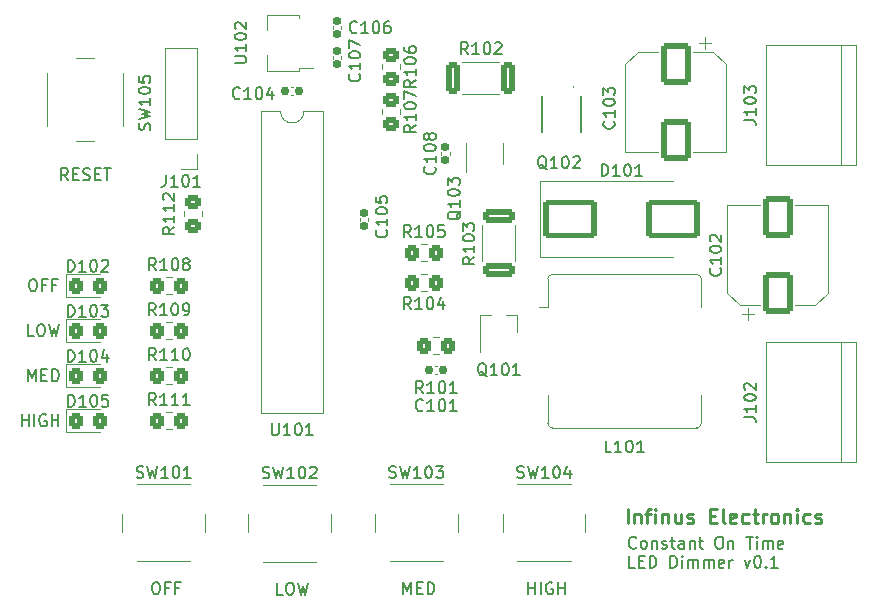
<source format=gto>
G04 #@! TF.GenerationSoftware,KiCad,Pcbnew,7.0.7*
G04 #@! TF.CreationDate,2023-12-28T09:21:25+02:00*
G04 #@! TF.ProjectId,LED Dimmer,4c454420-4469-46d6-9d65-722e6b696361,rev?*
G04 #@! TF.SameCoordinates,Original*
G04 #@! TF.FileFunction,Legend,Top*
G04 #@! TF.FilePolarity,Positive*
%FSLAX46Y46*%
G04 Gerber Fmt 4.6, Leading zero omitted, Abs format (unit mm)*
G04 Created by KiCad (PCBNEW 7.0.7) date 2023-12-28 09:21:25*
%MOMM*%
%LPD*%
G01*
G04 APERTURE LIST*
G04 Aperture macros list*
%AMRoundRect*
0 Rectangle with rounded corners*
0 $1 Rounding radius*
0 $2 $3 $4 $5 $6 $7 $8 $9 X,Y pos of 4 corners*
0 Add a 4 corners polygon primitive as box body*
4,1,4,$2,$3,$4,$5,$6,$7,$8,$9,$2,$3,0*
0 Add four circle primitives for the rounded corners*
1,1,$1+$1,$2,$3*
1,1,$1+$1,$4,$5*
1,1,$1+$1,$6,$7*
1,1,$1+$1,$8,$9*
0 Add four rect primitives between the rounded corners*
20,1,$1+$1,$2,$3,$4,$5,0*
20,1,$1+$1,$4,$5,$6,$7,0*
20,1,$1+$1,$6,$7,$8,$9,0*
20,1,$1+$1,$8,$9,$2,$3,0*%
%AMFreePoly0*
4,1,9,3.862500,-0.866500,0.737500,-0.866500,0.737500,-0.450000,-0.737500,-0.450000,-0.737500,0.450000,0.737500,0.450000,0.737500,0.866500,3.862500,0.866500,3.862500,-0.866500,3.862500,-0.866500,$1*%
G04 Aperture macros list end*
%ADD10C,0.187500*%
%ADD11C,0.250000*%
%ADD12C,0.150000*%
%ADD13C,0.200000*%
%ADD14C,0.120000*%
%ADD15C,0.100000*%
%ADD16R,3.000000X3.000000*%
%ADD17C,3.000000*%
%ADD18RoundRect,0.250000X0.350000X0.450000X-0.350000X0.450000X-0.350000X-0.450000X0.350000X-0.450000X0*%
%ADD19R,1.700000X1.700000*%
%ADD20O,1.700000X1.700000*%
%ADD21RoundRect,0.155000X-0.212500X-0.155000X0.212500X-0.155000X0.212500X0.155000X-0.212500X0.155000X0*%
%ADD22RoundRect,0.250000X-0.450000X0.350000X-0.450000X-0.350000X0.450000X-0.350000X0.450000X0.350000X0*%
%ADD23C,2.000000*%
%ADD24R,0.650000X2.000000*%
%ADD25RoundRect,0.250000X-0.325000X-0.450000X0.325000X-0.450000X0.325000X0.450000X-0.325000X0.450000X0*%
%ADD26RoundRect,0.155000X-0.155000X0.212500X-0.155000X-0.212500X0.155000X-0.212500X0.155000X0.212500X0*%
%ADD27RoundRect,0.250000X-0.350000X-0.450000X0.350000X-0.450000X0.350000X0.450000X-0.350000X0.450000X0*%
%ADD28RoundRect,0.250000X1.000000X-1.500000X1.000000X1.500000X-1.000000X1.500000X-1.000000X-1.500000X0*%
%ADD29RoundRect,0.155000X0.155000X-0.212500X0.155000X0.212500X-0.155000X0.212500X-0.155000X-0.212500X0*%
%ADD30RoundRect,0.250000X2.000000X-1.400000X2.000000X1.400000X-2.000000X1.400000X-2.000000X-1.400000X0*%
%ADD31R,4.000000X7.000000*%
%ADD32R,0.400000X0.600000*%
%ADD33R,0.400000X0.550000*%
%ADD34R,2.650000X2.030000*%
%ADD35R,0.800000X1.900000*%
%ADD36R,1.300000X0.900000*%
%ADD37FreePoly0,180.000000*%
%ADD38RoundRect,0.250000X-1.000000X1.500000X-1.000000X-1.500000X1.000000X-1.500000X1.000000X1.500000X0*%
%ADD39R,1.600000X1.600000*%
%ADD40O,1.600000X1.600000*%
%ADD41RoundRect,0.250000X-0.362500X-1.075000X0.362500X-1.075000X0.362500X1.075000X-0.362500X1.075000X0*%
%ADD42RoundRect,0.250000X1.075000X-0.362500X1.075000X0.362500X-1.075000X0.362500X-1.075000X-0.362500X0*%
G04 APERTURE END LIST*
D10*
X222420878Y-125790630D02*
X222373259Y-125838250D01*
X222373259Y-125838250D02*
X222230402Y-125885869D01*
X222230402Y-125885869D02*
X222135164Y-125885869D01*
X222135164Y-125885869D02*
X221992307Y-125838250D01*
X221992307Y-125838250D02*
X221897069Y-125743011D01*
X221897069Y-125743011D02*
X221849450Y-125647773D01*
X221849450Y-125647773D02*
X221801831Y-125457297D01*
X221801831Y-125457297D02*
X221801831Y-125314440D01*
X221801831Y-125314440D02*
X221849450Y-125123964D01*
X221849450Y-125123964D02*
X221897069Y-125028726D01*
X221897069Y-125028726D02*
X221992307Y-124933488D01*
X221992307Y-124933488D02*
X222135164Y-124885869D01*
X222135164Y-124885869D02*
X222230402Y-124885869D01*
X222230402Y-124885869D02*
X222373259Y-124933488D01*
X222373259Y-124933488D02*
X222420878Y-124981107D01*
X222992307Y-125885869D02*
X222897069Y-125838250D01*
X222897069Y-125838250D02*
X222849450Y-125790630D01*
X222849450Y-125790630D02*
X222801831Y-125695392D01*
X222801831Y-125695392D02*
X222801831Y-125409678D01*
X222801831Y-125409678D02*
X222849450Y-125314440D01*
X222849450Y-125314440D02*
X222897069Y-125266821D01*
X222897069Y-125266821D02*
X222992307Y-125219202D01*
X222992307Y-125219202D02*
X223135164Y-125219202D01*
X223135164Y-125219202D02*
X223230402Y-125266821D01*
X223230402Y-125266821D02*
X223278021Y-125314440D01*
X223278021Y-125314440D02*
X223325640Y-125409678D01*
X223325640Y-125409678D02*
X223325640Y-125695392D01*
X223325640Y-125695392D02*
X223278021Y-125790630D01*
X223278021Y-125790630D02*
X223230402Y-125838250D01*
X223230402Y-125838250D02*
X223135164Y-125885869D01*
X223135164Y-125885869D02*
X222992307Y-125885869D01*
X223754212Y-125219202D02*
X223754212Y-125885869D01*
X223754212Y-125314440D02*
X223801831Y-125266821D01*
X223801831Y-125266821D02*
X223897069Y-125219202D01*
X223897069Y-125219202D02*
X224039926Y-125219202D01*
X224039926Y-125219202D02*
X224135164Y-125266821D01*
X224135164Y-125266821D02*
X224182783Y-125362059D01*
X224182783Y-125362059D02*
X224182783Y-125885869D01*
X224611355Y-125838250D02*
X224706593Y-125885869D01*
X224706593Y-125885869D02*
X224897069Y-125885869D01*
X224897069Y-125885869D02*
X224992307Y-125838250D01*
X224992307Y-125838250D02*
X225039926Y-125743011D01*
X225039926Y-125743011D02*
X225039926Y-125695392D01*
X225039926Y-125695392D02*
X224992307Y-125600154D01*
X224992307Y-125600154D02*
X224897069Y-125552535D01*
X224897069Y-125552535D02*
X224754212Y-125552535D01*
X224754212Y-125552535D02*
X224658974Y-125504916D01*
X224658974Y-125504916D02*
X224611355Y-125409678D01*
X224611355Y-125409678D02*
X224611355Y-125362059D01*
X224611355Y-125362059D02*
X224658974Y-125266821D01*
X224658974Y-125266821D02*
X224754212Y-125219202D01*
X224754212Y-125219202D02*
X224897069Y-125219202D01*
X224897069Y-125219202D02*
X224992307Y-125266821D01*
X225325641Y-125219202D02*
X225706593Y-125219202D01*
X225468498Y-124885869D02*
X225468498Y-125743011D01*
X225468498Y-125743011D02*
X225516117Y-125838250D01*
X225516117Y-125838250D02*
X225611355Y-125885869D01*
X225611355Y-125885869D02*
X225706593Y-125885869D01*
X226468498Y-125885869D02*
X226468498Y-125362059D01*
X226468498Y-125362059D02*
X226420879Y-125266821D01*
X226420879Y-125266821D02*
X226325641Y-125219202D01*
X226325641Y-125219202D02*
X226135165Y-125219202D01*
X226135165Y-125219202D02*
X226039927Y-125266821D01*
X226468498Y-125838250D02*
X226373260Y-125885869D01*
X226373260Y-125885869D02*
X226135165Y-125885869D01*
X226135165Y-125885869D02*
X226039927Y-125838250D01*
X226039927Y-125838250D02*
X225992308Y-125743011D01*
X225992308Y-125743011D02*
X225992308Y-125647773D01*
X225992308Y-125647773D02*
X226039927Y-125552535D01*
X226039927Y-125552535D02*
X226135165Y-125504916D01*
X226135165Y-125504916D02*
X226373260Y-125504916D01*
X226373260Y-125504916D02*
X226468498Y-125457297D01*
X226944689Y-125219202D02*
X226944689Y-125885869D01*
X226944689Y-125314440D02*
X226992308Y-125266821D01*
X226992308Y-125266821D02*
X227087546Y-125219202D01*
X227087546Y-125219202D02*
X227230403Y-125219202D01*
X227230403Y-125219202D02*
X227325641Y-125266821D01*
X227325641Y-125266821D02*
X227373260Y-125362059D01*
X227373260Y-125362059D02*
X227373260Y-125885869D01*
X227706594Y-125219202D02*
X228087546Y-125219202D01*
X227849451Y-124885869D02*
X227849451Y-125743011D01*
X227849451Y-125743011D02*
X227897070Y-125838250D01*
X227897070Y-125838250D02*
X227992308Y-125885869D01*
X227992308Y-125885869D02*
X228087546Y-125885869D01*
X229373261Y-124885869D02*
X229563737Y-124885869D01*
X229563737Y-124885869D02*
X229658975Y-124933488D01*
X229658975Y-124933488D02*
X229754213Y-125028726D01*
X229754213Y-125028726D02*
X229801832Y-125219202D01*
X229801832Y-125219202D02*
X229801832Y-125552535D01*
X229801832Y-125552535D02*
X229754213Y-125743011D01*
X229754213Y-125743011D02*
X229658975Y-125838250D01*
X229658975Y-125838250D02*
X229563737Y-125885869D01*
X229563737Y-125885869D02*
X229373261Y-125885869D01*
X229373261Y-125885869D02*
X229278023Y-125838250D01*
X229278023Y-125838250D02*
X229182785Y-125743011D01*
X229182785Y-125743011D02*
X229135166Y-125552535D01*
X229135166Y-125552535D02*
X229135166Y-125219202D01*
X229135166Y-125219202D02*
X229182785Y-125028726D01*
X229182785Y-125028726D02*
X229278023Y-124933488D01*
X229278023Y-124933488D02*
X229373261Y-124885869D01*
X230230404Y-125219202D02*
X230230404Y-125885869D01*
X230230404Y-125314440D02*
X230278023Y-125266821D01*
X230278023Y-125266821D02*
X230373261Y-125219202D01*
X230373261Y-125219202D02*
X230516118Y-125219202D01*
X230516118Y-125219202D02*
X230611356Y-125266821D01*
X230611356Y-125266821D02*
X230658975Y-125362059D01*
X230658975Y-125362059D02*
X230658975Y-125885869D01*
X231754214Y-124885869D02*
X232325642Y-124885869D01*
X232039928Y-125885869D02*
X232039928Y-124885869D01*
X232658976Y-125885869D02*
X232658976Y-125219202D01*
X232658976Y-124885869D02*
X232611357Y-124933488D01*
X232611357Y-124933488D02*
X232658976Y-124981107D01*
X232658976Y-124981107D02*
X232706595Y-124933488D01*
X232706595Y-124933488D02*
X232658976Y-124885869D01*
X232658976Y-124885869D02*
X232658976Y-124981107D01*
X233135166Y-125885869D02*
X233135166Y-125219202D01*
X233135166Y-125314440D02*
X233182785Y-125266821D01*
X233182785Y-125266821D02*
X233278023Y-125219202D01*
X233278023Y-125219202D02*
X233420880Y-125219202D01*
X233420880Y-125219202D02*
X233516118Y-125266821D01*
X233516118Y-125266821D02*
X233563737Y-125362059D01*
X233563737Y-125362059D02*
X233563737Y-125885869D01*
X233563737Y-125362059D02*
X233611356Y-125266821D01*
X233611356Y-125266821D02*
X233706594Y-125219202D01*
X233706594Y-125219202D02*
X233849451Y-125219202D01*
X233849451Y-125219202D02*
X233944690Y-125266821D01*
X233944690Y-125266821D02*
X233992309Y-125362059D01*
X233992309Y-125362059D02*
X233992309Y-125885869D01*
X234849451Y-125838250D02*
X234754213Y-125885869D01*
X234754213Y-125885869D02*
X234563737Y-125885869D01*
X234563737Y-125885869D02*
X234468499Y-125838250D01*
X234468499Y-125838250D02*
X234420880Y-125743011D01*
X234420880Y-125743011D02*
X234420880Y-125362059D01*
X234420880Y-125362059D02*
X234468499Y-125266821D01*
X234468499Y-125266821D02*
X234563737Y-125219202D01*
X234563737Y-125219202D02*
X234754213Y-125219202D01*
X234754213Y-125219202D02*
X234849451Y-125266821D01*
X234849451Y-125266821D02*
X234897070Y-125362059D01*
X234897070Y-125362059D02*
X234897070Y-125457297D01*
X234897070Y-125457297D02*
X234420880Y-125552535D01*
X222325640Y-127495869D02*
X221849450Y-127495869D01*
X221849450Y-127495869D02*
X221849450Y-126495869D01*
X222658974Y-126972059D02*
X222992307Y-126972059D01*
X223135164Y-127495869D02*
X222658974Y-127495869D01*
X222658974Y-127495869D02*
X222658974Y-126495869D01*
X222658974Y-126495869D02*
X223135164Y-126495869D01*
X223563736Y-127495869D02*
X223563736Y-126495869D01*
X223563736Y-126495869D02*
X223801831Y-126495869D01*
X223801831Y-126495869D02*
X223944688Y-126543488D01*
X223944688Y-126543488D02*
X224039926Y-126638726D01*
X224039926Y-126638726D02*
X224087545Y-126733964D01*
X224087545Y-126733964D02*
X224135164Y-126924440D01*
X224135164Y-126924440D02*
X224135164Y-127067297D01*
X224135164Y-127067297D02*
X224087545Y-127257773D01*
X224087545Y-127257773D02*
X224039926Y-127353011D01*
X224039926Y-127353011D02*
X223944688Y-127448250D01*
X223944688Y-127448250D02*
X223801831Y-127495869D01*
X223801831Y-127495869D02*
X223563736Y-127495869D01*
X225325641Y-127495869D02*
X225325641Y-126495869D01*
X225325641Y-126495869D02*
X225563736Y-126495869D01*
X225563736Y-126495869D02*
X225706593Y-126543488D01*
X225706593Y-126543488D02*
X225801831Y-126638726D01*
X225801831Y-126638726D02*
X225849450Y-126733964D01*
X225849450Y-126733964D02*
X225897069Y-126924440D01*
X225897069Y-126924440D02*
X225897069Y-127067297D01*
X225897069Y-127067297D02*
X225849450Y-127257773D01*
X225849450Y-127257773D02*
X225801831Y-127353011D01*
X225801831Y-127353011D02*
X225706593Y-127448250D01*
X225706593Y-127448250D02*
X225563736Y-127495869D01*
X225563736Y-127495869D02*
X225325641Y-127495869D01*
X226325641Y-127495869D02*
X226325641Y-126829202D01*
X226325641Y-126495869D02*
X226278022Y-126543488D01*
X226278022Y-126543488D02*
X226325641Y-126591107D01*
X226325641Y-126591107D02*
X226373260Y-126543488D01*
X226373260Y-126543488D02*
X226325641Y-126495869D01*
X226325641Y-126495869D02*
X226325641Y-126591107D01*
X226801831Y-127495869D02*
X226801831Y-126829202D01*
X226801831Y-126924440D02*
X226849450Y-126876821D01*
X226849450Y-126876821D02*
X226944688Y-126829202D01*
X226944688Y-126829202D02*
X227087545Y-126829202D01*
X227087545Y-126829202D02*
X227182783Y-126876821D01*
X227182783Y-126876821D02*
X227230402Y-126972059D01*
X227230402Y-126972059D02*
X227230402Y-127495869D01*
X227230402Y-126972059D02*
X227278021Y-126876821D01*
X227278021Y-126876821D02*
X227373259Y-126829202D01*
X227373259Y-126829202D02*
X227516116Y-126829202D01*
X227516116Y-126829202D02*
X227611355Y-126876821D01*
X227611355Y-126876821D02*
X227658974Y-126972059D01*
X227658974Y-126972059D02*
X227658974Y-127495869D01*
X228135164Y-127495869D02*
X228135164Y-126829202D01*
X228135164Y-126924440D02*
X228182783Y-126876821D01*
X228182783Y-126876821D02*
X228278021Y-126829202D01*
X228278021Y-126829202D02*
X228420878Y-126829202D01*
X228420878Y-126829202D02*
X228516116Y-126876821D01*
X228516116Y-126876821D02*
X228563735Y-126972059D01*
X228563735Y-126972059D02*
X228563735Y-127495869D01*
X228563735Y-126972059D02*
X228611354Y-126876821D01*
X228611354Y-126876821D02*
X228706592Y-126829202D01*
X228706592Y-126829202D02*
X228849449Y-126829202D01*
X228849449Y-126829202D02*
X228944688Y-126876821D01*
X228944688Y-126876821D02*
X228992307Y-126972059D01*
X228992307Y-126972059D02*
X228992307Y-127495869D01*
X229849449Y-127448250D02*
X229754211Y-127495869D01*
X229754211Y-127495869D02*
X229563735Y-127495869D01*
X229563735Y-127495869D02*
X229468497Y-127448250D01*
X229468497Y-127448250D02*
X229420878Y-127353011D01*
X229420878Y-127353011D02*
X229420878Y-126972059D01*
X229420878Y-126972059D02*
X229468497Y-126876821D01*
X229468497Y-126876821D02*
X229563735Y-126829202D01*
X229563735Y-126829202D02*
X229754211Y-126829202D01*
X229754211Y-126829202D02*
X229849449Y-126876821D01*
X229849449Y-126876821D02*
X229897068Y-126972059D01*
X229897068Y-126972059D02*
X229897068Y-127067297D01*
X229897068Y-127067297D02*
X229420878Y-127162535D01*
X230325640Y-127495869D02*
X230325640Y-126829202D01*
X230325640Y-127019678D02*
X230373259Y-126924440D01*
X230373259Y-126924440D02*
X230420878Y-126876821D01*
X230420878Y-126876821D02*
X230516116Y-126829202D01*
X230516116Y-126829202D02*
X230611354Y-126829202D01*
X231611355Y-126829202D02*
X231849450Y-127495869D01*
X231849450Y-127495869D02*
X232087545Y-126829202D01*
X232658974Y-126495869D02*
X232754212Y-126495869D01*
X232754212Y-126495869D02*
X232849450Y-126543488D01*
X232849450Y-126543488D02*
X232897069Y-126591107D01*
X232897069Y-126591107D02*
X232944688Y-126686345D01*
X232944688Y-126686345D02*
X232992307Y-126876821D01*
X232992307Y-126876821D02*
X232992307Y-127114916D01*
X232992307Y-127114916D02*
X232944688Y-127305392D01*
X232944688Y-127305392D02*
X232897069Y-127400630D01*
X232897069Y-127400630D02*
X232849450Y-127448250D01*
X232849450Y-127448250D02*
X232754212Y-127495869D01*
X232754212Y-127495869D02*
X232658974Y-127495869D01*
X232658974Y-127495869D02*
X232563736Y-127448250D01*
X232563736Y-127448250D02*
X232516117Y-127400630D01*
X232516117Y-127400630D02*
X232468498Y-127305392D01*
X232468498Y-127305392D02*
X232420879Y-127114916D01*
X232420879Y-127114916D02*
X232420879Y-126876821D01*
X232420879Y-126876821D02*
X232468498Y-126686345D01*
X232468498Y-126686345D02*
X232516117Y-126591107D01*
X232516117Y-126591107D02*
X232563736Y-126543488D01*
X232563736Y-126543488D02*
X232658974Y-126495869D01*
X233420879Y-127400630D02*
X233468498Y-127448250D01*
X233468498Y-127448250D02*
X233420879Y-127495869D01*
X233420879Y-127495869D02*
X233373260Y-127448250D01*
X233373260Y-127448250D02*
X233420879Y-127400630D01*
X233420879Y-127400630D02*
X233420879Y-127495869D01*
X234420878Y-127495869D02*
X233849450Y-127495869D01*
X234135164Y-127495869D02*
X234135164Y-126495869D01*
X234135164Y-126495869D02*
X234039926Y-126638726D01*
X234039926Y-126638726D02*
X233944688Y-126733964D01*
X233944688Y-126733964D02*
X233849450Y-126781583D01*
D11*
X221712957Y-123732142D02*
X221712957Y-122532142D01*
X222284386Y-122932142D02*
X222284386Y-123732142D01*
X222284386Y-123046428D02*
X222341529Y-122989285D01*
X222341529Y-122989285D02*
X222455814Y-122932142D01*
X222455814Y-122932142D02*
X222627243Y-122932142D01*
X222627243Y-122932142D02*
X222741529Y-122989285D01*
X222741529Y-122989285D02*
X222798672Y-123103571D01*
X222798672Y-123103571D02*
X222798672Y-123732142D01*
X223198671Y-122932142D02*
X223655814Y-122932142D01*
X223370100Y-123732142D02*
X223370100Y-122703571D01*
X223370100Y-122703571D02*
X223427243Y-122589285D01*
X223427243Y-122589285D02*
X223541528Y-122532142D01*
X223541528Y-122532142D02*
X223655814Y-122532142D01*
X224055814Y-123732142D02*
X224055814Y-122932142D01*
X224055814Y-122532142D02*
X223998671Y-122589285D01*
X223998671Y-122589285D02*
X224055814Y-122646428D01*
X224055814Y-122646428D02*
X224112957Y-122589285D01*
X224112957Y-122589285D02*
X224055814Y-122532142D01*
X224055814Y-122532142D02*
X224055814Y-122646428D01*
X224627243Y-122932142D02*
X224627243Y-123732142D01*
X224627243Y-123046428D02*
X224684386Y-122989285D01*
X224684386Y-122989285D02*
X224798671Y-122932142D01*
X224798671Y-122932142D02*
X224970100Y-122932142D01*
X224970100Y-122932142D02*
X225084386Y-122989285D01*
X225084386Y-122989285D02*
X225141529Y-123103571D01*
X225141529Y-123103571D02*
X225141529Y-123732142D01*
X226227243Y-122932142D02*
X226227243Y-123732142D01*
X225712957Y-122932142D02*
X225712957Y-123560714D01*
X225712957Y-123560714D02*
X225770100Y-123675000D01*
X225770100Y-123675000D02*
X225884385Y-123732142D01*
X225884385Y-123732142D02*
X226055814Y-123732142D01*
X226055814Y-123732142D02*
X226170100Y-123675000D01*
X226170100Y-123675000D02*
X226227243Y-123617857D01*
X226741528Y-123675000D02*
X226855814Y-123732142D01*
X226855814Y-123732142D02*
X227084385Y-123732142D01*
X227084385Y-123732142D02*
X227198671Y-123675000D01*
X227198671Y-123675000D02*
X227255814Y-123560714D01*
X227255814Y-123560714D02*
X227255814Y-123503571D01*
X227255814Y-123503571D02*
X227198671Y-123389285D01*
X227198671Y-123389285D02*
X227084385Y-123332142D01*
X227084385Y-123332142D02*
X226912957Y-123332142D01*
X226912957Y-123332142D02*
X226798671Y-123275000D01*
X226798671Y-123275000D02*
X226741528Y-123160714D01*
X226741528Y-123160714D02*
X226741528Y-123103571D01*
X226741528Y-123103571D02*
X226798671Y-122989285D01*
X226798671Y-122989285D02*
X226912957Y-122932142D01*
X226912957Y-122932142D02*
X227084385Y-122932142D01*
X227084385Y-122932142D02*
X227198671Y-122989285D01*
X228684386Y-123103571D02*
X229084386Y-123103571D01*
X229255814Y-123732142D02*
X228684386Y-123732142D01*
X228684386Y-123732142D02*
X228684386Y-122532142D01*
X228684386Y-122532142D02*
X229255814Y-122532142D01*
X229941528Y-123732142D02*
X229827243Y-123675000D01*
X229827243Y-123675000D02*
X229770100Y-123560714D01*
X229770100Y-123560714D02*
X229770100Y-122532142D01*
X230855814Y-123675000D02*
X230741528Y-123732142D01*
X230741528Y-123732142D02*
X230512957Y-123732142D01*
X230512957Y-123732142D02*
X230398671Y-123675000D01*
X230398671Y-123675000D02*
X230341528Y-123560714D01*
X230341528Y-123560714D02*
X230341528Y-123103571D01*
X230341528Y-123103571D02*
X230398671Y-122989285D01*
X230398671Y-122989285D02*
X230512957Y-122932142D01*
X230512957Y-122932142D02*
X230741528Y-122932142D01*
X230741528Y-122932142D02*
X230855814Y-122989285D01*
X230855814Y-122989285D02*
X230912957Y-123103571D01*
X230912957Y-123103571D02*
X230912957Y-123217857D01*
X230912957Y-123217857D02*
X230341528Y-123332142D01*
X231941528Y-123675000D02*
X231827242Y-123732142D01*
X231827242Y-123732142D02*
X231598670Y-123732142D01*
X231598670Y-123732142D02*
X231484385Y-123675000D01*
X231484385Y-123675000D02*
X231427242Y-123617857D01*
X231427242Y-123617857D02*
X231370099Y-123503571D01*
X231370099Y-123503571D02*
X231370099Y-123160714D01*
X231370099Y-123160714D02*
X231427242Y-123046428D01*
X231427242Y-123046428D02*
X231484385Y-122989285D01*
X231484385Y-122989285D02*
X231598670Y-122932142D01*
X231598670Y-122932142D02*
X231827242Y-122932142D01*
X231827242Y-122932142D02*
X231941528Y-122989285D01*
X232284384Y-122932142D02*
X232741527Y-122932142D01*
X232455813Y-122532142D02*
X232455813Y-123560714D01*
X232455813Y-123560714D02*
X232512956Y-123675000D01*
X232512956Y-123675000D02*
X232627241Y-123732142D01*
X232627241Y-123732142D02*
X232741527Y-123732142D01*
X233141527Y-123732142D02*
X233141527Y-122932142D01*
X233141527Y-123160714D02*
X233198670Y-123046428D01*
X233198670Y-123046428D02*
X233255813Y-122989285D01*
X233255813Y-122989285D02*
X233370098Y-122932142D01*
X233370098Y-122932142D02*
X233484384Y-122932142D01*
X234055812Y-123732142D02*
X233941527Y-123675000D01*
X233941527Y-123675000D02*
X233884384Y-123617857D01*
X233884384Y-123617857D02*
X233827241Y-123503571D01*
X233827241Y-123503571D02*
X233827241Y-123160714D01*
X233827241Y-123160714D02*
X233884384Y-123046428D01*
X233884384Y-123046428D02*
X233941527Y-122989285D01*
X233941527Y-122989285D02*
X234055812Y-122932142D01*
X234055812Y-122932142D02*
X234227241Y-122932142D01*
X234227241Y-122932142D02*
X234341527Y-122989285D01*
X234341527Y-122989285D02*
X234398670Y-123046428D01*
X234398670Y-123046428D02*
X234455812Y-123160714D01*
X234455812Y-123160714D02*
X234455812Y-123503571D01*
X234455812Y-123503571D02*
X234398670Y-123617857D01*
X234398670Y-123617857D02*
X234341527Y-123675000D01*
X234341527Y-123675000D02*
X234227241Y-123732142D01*
X234227241Y-123732142D02*
X234055812Y-123732142D01*
X234970098Y-122932142D02*
X234970098Y-123732142D01*
X234970098Y-123046428D02*
X235027241Y-122989285D01*
X235027241Y-122989285D02*
X235141526Y-122932142D01*
X235141526Y-122932142D02*
X235312955Y-122932142D01*
X235312955Y-122932142D02*
X235427241Y-122989285D01*
X235427241Y-122989285D02*
X235484384Y-123103571D01*
X235484384Y-123103571D02*
X235484384Y-123732142D01*
X236055812Y-123732142D02*
X236055812Y-122932142D01*
X236055812Y-122532142D02*
X235998669Y-122589285D01*
X235998669Y-122589285D02*
X236055812Y-122646428D01*
X236055812Y-122646428D02*
X236112955Y-122589285D01*
X236112955Y-122589285D02*
X236055812Y-122532142D01*
X236055812Y-122532142D02*
X236055812Y-122646428D01*
X237141527Y-123675000D02*
X237027241Y-123732142D01*
X237027241Y-123732142D02*
X236798669Y-123732142D01*
X236798669Y-123732142D02*
X236684384Y-123675000D01*
X236684384Y-123675000D02*
X236627241Y-123617857D01*
X236627241Y-123617857D02*
X236570098Y-123503571D01*
X236570098Y-123503571D02*
X236570098Y-123160714D01*
X236570098Y-123160714D02*
X236627241Y-123046428D01*
X236627241Y-123046428D02*
X236684384Y-122989285D01*
X236684384Y-122989285D02*
X236798669Y-122932142D01*
X236798669Y-122932142D02*
X237027241Y-122932142D01*
X237027241Y-122932142D02*
X237141527Y-122989285D01*
X237598669Y-123675000D02*
X237712955Y-123732142D01*
X237712955Y-123732142D02*
X237941526Y-123732142D01*
X237941526Y-123732142D02*
X238055812Y-123675000D01*
X238055812Y-123675000D02*
X238112955Y-123560714D01*
X238112955Y-123560714D02*
X238112955Y-123503571D01*
X238112955Y-123503571D02*
X238055812Y-123389285D01*
X238055812Y-123389285D02*
X237941526Y-123332142D01*
X237941526Y-123332142D02*
X237770098Y-123332142D01*
X237770098Y-123332142D02*
X237655812Y-123275000D01*
X237655812Y-123275000D02*
X237598669Y-123160714D01*
X237598669Y-123160714D02*
X237598669Y-123103571D01*
X237598669Y-123103571D02*
X237655812Y-122989285D01*
X237655812Y-122989285D02*
X237770098Y-122932142D01*
X237770098Y-122932142D02*
X237941526Y-122932142D01*
X237941526Y-122932142D02*
X238055812Y-122989285D01*
D12*
X231564819Y-89619714D02*
X232279104Y-89619714D01*
X232279104Y-89619714D02*
X232421961Y-89667333D01*
X232421961Y-89667333D02*
X232517200Y-89762571D01*
X232517200Y-89762571D02*
X232564819Y-89905428D01*
X232564819Y-89905428D02*
X232564819Y-90000666D01*
X232564819Y-88619714D02*
X232564819Y-89191142D01*
X232564819Y-88905428D02*
X231564819Y-88905428D01*
X231564819Y-88905428D02*
X231707676Y-89000666D01*
X231707676Y-89000666D02*
X231802914Y-89095904D01*
X231802914Y-89095904D02*
X231850533Y-89191142D01*
X231564819Y-88000666D02*
X231564819Y-87905428D01*
X231564819Y-87905428D02*
X231612438Y-87810190D01*
X231612438Y-87810190D02*
X231660057Y-87762571D01*
X231660057Y-87762571D02*
X231755295Y-87714952D01*
X231755295Y-87714952D02*
X231945771Y-87667333D01*
X231945771Y-87667333D02*
X232183866Y-87667333D01*
X232183866Y-87667333D02*
X232374342Y-87714952D01*
X232374342Y-87714952D02*
X232469580Y-87762571D01*
X232469580Y-87762571D02*
X232517200Y-87810190D01*
X232517200Y-87810190D02*
X232564819Y-87905428D01*
X232564819Y-87905428D02*
X232564819Y-88000666D01*
X232564819Y-88000666D02*
X232517200Y-88095904D01*
X232517200Y-88095904D02*
X232469580Y-88143523D01*
X232469580Y-88143523D02*
X232374342Y-88191142D01*
X232374342Y-88191142D02*
X232183866Y-88238761D01*
X232183866Y-88238761D02*
X231945771Y-88238761D01*
X231945771Y-88238761D02*
X231755295Y-88191142D01*
X231755295Y-88191142D02*
X231660057Y-88143523D01*
X231660057Y-88143523D02*
X231612438Y-88095904D01*
X231612438Y-88095904D02*
X231564819Y-88000666D01*
X231564819Y-87333999D02*
X231564819Y-86714952D01*
X231564819Y-86714952D02*
X231945771Y-87048285D01*
X231945771Y-87048285D02*
X231945771Y-86905428D01*
X231945771Y-86905428D02*
X231993390Y-86810190D01*
X231993390Y-86810190D02*
X232041009Y-86762571D01*
X232041009Y-86762571D02*
X232136247Y-86714952D01*
X232136247Y-86714952D02*
X232374342Y-86714952D01*
X232374342Y-86714952D02*
X232469580Y-86762571D01*
X232469580Y-86762571D02*
X232517200Y-86810190D01*
X232517200Y-86810190D02*
X232564819Y-86905428D01*
X232564819Y-86905428D02*
X232564819Y-87191142D01*
X232564819Y-87191142D02*
X232517200Y-87286380D01*
X232517200Y-87286380D02*
X232469580Y-87333999D01*
X181760952Y-109928819D02*
X181427619Y-109452628D01*
X181189524Y-109928819D02*
X181189524Y-108928819D01*
X181189524Y-108928819D02*
X181570476Y-108928819D01*
X181570476Y-108928819D02*
X181665714Y-108976438D01*
X181665714Y-108976438D02*
X181713333Y-109024057D01*
X181713333Y-109024057D02*
X181760952Y-109119295D01*
X181760952Y-109119295D02*
X181760952Y-109262152D01*
X181760952Y-109262152D02*
X181713333Y-109357390D01*
X181713333Y-109357390D02*
X181665714Y-109405009D01*
X181665714Y-109405009D02*
X181570476Y-109452628D01*
X181570476Y-109452628D02*
X181189524Y-109452628D01*
X182713333Y-109928819D02*
X182141905Y-109928819D01*
X182427619Y-109928819D02*
X182427619Y-108928819D01*
X182427619Y-108928819D02*
X182332381Y-109071676D01*
X182332381Y-109071676D02*
X182237143Y-109166914D01*
X182237143Y-109166914D02*
X182141905Y-109214533D01*
X183665714Y-109928819D02*
X183094286Y-109928819D01*
X183380000Y-109928819D02*
X183380000Y-108928819D01*
X183380000Y-108928819D02*
X183284762Y-109071676D01*
X183284762Y-109071676D02*
X183189524Y-109166914D01*
X183189524Y-109166914D02*
X183094286Y-109214533D01*
X184284762Y-108928819D02*
X184380000Y-108928819D01*
X184380000Y-108928819D02*
X184475238Y-108976438D01*
X184475238Y-108976438D02*
X184522857Y-109024057D01*
X184522857Y-109024057D02*
X184570476Y-109119295D01*
X184570476Y-109119295D02*
X184618095Y-109309771D01*
X184618095Y-109309771D02*
X184618095Y-109547866D01*
X184618095Y-109547866D02*
X184570476Y-109738342D01*
X184570476Y-109738342D02*
X184522857Y-109833580D01*
X184522857Y-109833580D02*
X184475238Y-109881200D01*
X184475238Y-109881200D02*
X184380000Y-109928819D01*
X184380000Y-109928819D02*
X184284762Y-109928819D01*
X184284762Y-109928819D02*
X184189524Y-109881200D01*
X184189524Y-109881200D02*
X184141905Y-109833580D01*
X184141905Y-109833580D02*
X184094286Y-109738342D01*
X184094286Y-109738342D02*
X184046667Y-109547866D01*
X184046667Y-109547866D02*
X184046667Y-109309771D01*
X184046667Y-109309771D02*
X184094286Y-109119295D01*
X184094286Y-109119295D02*
X184141905Y-109024057D01*
X184141905Y-109024057D02*
X184189524Y-108976438D01*
X184189524Y-108976438D02*
X184284762Y-108928819D01*
X182610285Y-94240819D02*
X182610285Y-94955104D01*
X182610285Y-94955104D02*
X182562666Y-95097961D01*
X182562666Y-95097961D02*
X182467428Y-95193200D01*
X182467428Y-95193200D02*
X182324571Y-95240819D01*
X182324571Y-95240819D02*
X182229333Y-95240819D01*
X183610285Y-95240819D02*
X183038857Y-95240819D01*
X183324571Y-95240819D02*
X183324571Y-94240819D01*
X183324571Y-94240819D02*
X183229333Y-94383676D01*
X183229333Y-94383676D02*
X183134095Y-94478914D01*
X183134095Y-94478914D02*
X183038857Y-94526533D01*
X184229333Y-94240819D02*
X184324571Y-94240819D01*
X184324571Y-94240819D02*
X184419809Y-94288438D01*
X184419809Y-94288438D02*
X184467428Y-94336057D01*
X184467428Y-94336057D02*
X184515047Y-94431295D01*
X184515047Y-94431295D02*
X184562666Y-94621771D01*
X184562666Y-94621771D02*
X184562666Y-94859866D01*
X184562666Y-94859866D02*
X184515047Y-95050342D01*
X184515047Y-95050342D02*
X184467428Y-95145580D01*
X184467428Y-95145580D02*
X184419809Y-95193200D01*
X184419809Y-95193200D02*
X184324571Y-95240819D01*
X184324571Y-95240819D02*
X184229333Y-95240819D01*
X184229333Y-95240819D02*
X184134095Y-95193200D01*
X184134095Y-95193200D02*
X184086476Y-95145580D01*
X184086476Y-95145580D02*
X184038857Y-95050342D01*
X184038857Y-95050342D02*
X183991238Y-94859866D01*
X183991238Y-94859866D02*
X183991238Y-94621771D01*
X183991238Y-94621771D02*
X184038857Y-94431295D01*
X184038857Y-94431295D02*
X184086476Y-94336057D01*
X184086476Y-94336057D02*
X184134095Y-94288438D01*
X184134095Y-94288438D02*
X184229333Y-94240819D01*
X185515047Y-95240819D02*
X184943619Y-95240819D01*
X185229333Y-95240819D02*
X185229333Y-94240819D01*
X185229333Y-94240819D02*
X185134095Y-94383676D01*
X185134095Y-94383676D02*
X185038857Y-94478914D01*
X185038857Y-94478914D02*
X184943619Y-94526533D01*
X188872952Y-87735580D02*
X188825333Y-87783200D01*
X188825333Y-87783200D02*
X188682476Y-87830819D01*
X188682476Y-87830819D02*
X188587238Y-87830819D01*
X188587238Y-87830819D02*
X188444381Y-87783200D01*
X188444381Y-87783200D02*
X188349143Y-87687961D01*
X188349143Y-87687961D02*
X188301524Y-87592723D01*
X188301524Y-87592723D02*
X188253905Y-87402247D01*
X188253905Y-87402247D02*
X188253905Y-87259390D01*
X188253905Y-87259390D02*
X188301524Y-87068914D01*
X188301524Y-87068914D02*
X188349143Y-86973676D01*
X188349143Y-86973676D02*
X188444381Y-86878438D01*
X188444381Y-86878438D02*
X188587238Y-86830819D01*
X188587238Y-86830819D02*
X188682476Y-86830819D01*
X188682476Y-86830819D02*
X188825333Y-86878438D01*
X188825333Y-86878438D02*
X188872952Y-86926057D01*
X189825333Y-87830819D02*
X189253905Y-87830819D01*
X189539619Y-87830819D02*
X189539619Y-86830819D01*
X189539619Y-86830819D02*
X189444381Y-86973676D01*
X189444381Y-86973676D02*
X189349143Y-87068914D01*
X189349143Y-87068914D02*
X189253905Y-87116533D01*
X190444381Y-86830819D02*
X190539619Y-86830819D01*
X190539619Y-86830819D02*
X190634857Y-86878438D01*
X190634857Y-86878438D02*
X190682476Y-86926057D01*
X190682476Y-86926057D02*
X190730095Y-87021295D01*
X190730095Y-87021295D02*
X190777714Y-87211771D01*
X190777714Y-87211771D02*
X190777714Y-87449866D01*
X190777714Y-87449866D02*
X190730095Y-87640342D01*
X190730095Y-87640342D02*
X190682476Y-87735580D01*
X190682476Y-87735580D02*
X190634857Y-87783200D01*
X190634857Y-87783200D02*
X190539619Y-87830819D01*
X190539619Y-87830819D02*
X190444381Y-87830819D01*
X190444381Y-87830819D02*
X190349143Y-87783200D01*
X190349143Y-87783200D02*
X190301524Y-87735580D01*
X190301524Y-87735580D02*
X190253905Y-87640342D01*
X190253905Y-87640342D02*
X190206286Y-87449866D01*
X190206286Y-87449866D02*
X190206286Y-87211771D01*
X190206286Y-87211771D02*
X190253905Y-87021295D01*
X190253905Y-87021295D02*
X190301524Y-86926057D01*
X190301524Y-86926057D02*
X190349143Y-86878438D01*
X190349143Y-86878438D02*
X190444381Y-86830819D01*
X191634857Y-87164152D02*
X191634857Y-87830819D01*
X191396762Y-86783200D02*
X191158667Y-87497485D01*
X191158667Y-87497485D02*
X191777714Y-87497485D01*
X203780819Y-86209047D02*
X203304628Y-86542380D01*
X203780819Y-86780475D02*
X202780819Y-86780475D01*
X202780819Y-86780475D02*
X202780819Y-86399523D01*
X202780819Y-86399523D02*
X202828438Y-86304285D01*
X202828438Y-86304285D02*
X202876057Y-86256666D01*
X202876057Y-86256666D02*
X202971295Y-86209047D01*
X202971295Y-86209047D02*
X203114152Y-86209047D01*
X203114152Y-86209047D02*
X203209390Y-86256666D01*
X203209390Y-86256666D02*
X203257009Y-86304285D01*
X203257009Y-86304285D02*
X203304628Y-86399523D01*
X203304628Y-86399523D02*
X203304628Y-86780475D01*
X203780819Y-85256666D02*
X203780819Y-85828094D01*
X203780819Y-85542380D02*
X202780819Y-85542380D01*
X202780819Y-85542380D02*
X202923676Y-85637618D01*
X202923676Y-85637618D02*
X203018914Y-85732856D01*
X203018914Y-85732856D02*
X203066533Y-85828094D01*
X202780819Y-84637618D02*
X202780819Y-84542380D01*
X202780819Y-84542380D02*
X202828438Y-84447142D01*
X202828438Y-84447142D02*
X202876057Y-84399523D01*
X202876057Y-84399523D02*
X202971295Y-84351904D01*
X202971295Y-84351904D02*
X203161771Y-84304285D01*
X203161771Y-84304285D02*
X203399866Y-84304285D01*
X203399866Y-84304285D02*
X203590342Y-84351904D01*
X203590342Y-84351904D02*
X203685580Y-84399523D01*
X203685580Y-84399523D02*
X203733200Y-84447142D01*
X203733200Y-84447142D02*
X203780819Y-84542380D01*
X203780819Y-84542380D02*
X203780819Y-84637618D01*
X203780819Y-84637618D02*
X203733200Y-84732856D01*
X203733200Y-84732856D02*
X203685580Y-84780475D01*
X203685580Y-84780475D02*
X203590342Y-84828094D01*
X203590342Y-84828094D02*
X203399866Y-84875713D01*
X203399866Y-84875713D02*
X203161771Y-84875713D01*
X203161771Y-84875713D02*
X202971295Y-84828094D01*
X202971295Y-84828094D02*
X202876057Y-84780475D01*
X202876057Y-84780475D02*
X202828438Y-84732856D01*
X202828438Y-84732856D02*
X202780819Y-84637618D01*
X202780819Y-83447142D02*
X202780819Y-83637618D01*
X202780819Y-83637618D02*
X202828438Y-83732856D01*
X202828438Y-83732856D02*
X202876057Y-83780475D01*
X202876057Y-83780475D02*
X203018914Y-83875713D01*
X203018914Y-83875713D02*
X203209390Y-83923332D01*
X203209390Y-83923332D02*
X203590342Y-83923332D01*
X203590342Y-83923332D02*
X203685580Y-83875713D01*
X203685580Y-83875713D02*
X203733200Y-83828094D01*
X203733200Y-83828094D02*
X203780819Y-83732856D01*
X203780819Y-83732856D02*
X203780819Y-83542380D01*
X203780819Y-83542380D02*
X203733200Y-83447142D01*
X203733200Y-83447142D02*
X203685580Y-83399523D01*
X203685580Y-83399523D02*
X203590342Y-83351904D01*
X203590342Y-83351904D02*
X203352247Y-83351904D01*
X203352247Y-83351904D02*
X203257009Y-83399523D01*
X203257009Y-83399523D02*
X203209390Y-83447142D01*
X203209390Y-83447142D02*
X203161771Y-83542380D01*
X203161771Y-83542380D02*
X203161771Y-83732856D01*
X203161771Y-83732856D02*
X203209390Y-83828094D01*
X203209390Y-83828094D02*
X203257009Y-83875713D01*
X203257009Y-83875713D02*
X203352247Y-83923332D01*
X190806286Y-119891200D02*
X190949143Y-119938819D01*
X190949143Y-119938819D02*
X191187238Y-119938819D01*
X191187238Y-119938819D02*
X191282476Y-119891200D01*
X191282476Y-119891200D02*
X191330095Y-119843580D01*
X191330095Y-119843580D02*
X191377714Y-119748342D01*
X191377714Y-119748342D02*
X191377714Y-119653104D01*
X191377714Y-119653104D02*
X191330095Y-119557866D01*
X191330095Y-119557866D02*
X191282476Y-119510247D01*
X191282476Y-119510247D02*
X191187238Y-119462628D01*
X191187238Y-119462628D02*
X190996762Y-119415009D01*
X190996762Y-119415009D02*
X190901524Y-119367390D01*
X190901524Y-119367390D02*
X190853905Y-119319771D01*
X190853905Y-119319771D02*
X190806286Y-119224533D01*
X190806286Y-119224533D02*
X190806286Y-119129295D01*
X190806286Y-119129295D02*
X190853905Y-119034057D01*
X190853905Y-119034057D02*
X190901524Y-118986438D01*
X190901524Y-118986438D02*
X190996762Y-118938819D01*
X190996762Y-118938819D02*
X191234857Y-118938819D01*
X191234857Y-118938819D02*
X191377714Y-118986438D01*
X191711048Y-118938819D02*
X191949143Y-119938819D01*
X191949143Y-119938819D02*
X192139619Y-119224533D01*
X192139619Y-119224533D02*
X192330095Y-119938819D01*
X192330095Y-119938819D02*
X192568191Y-118938819D01*
X193472952Y-119938819D02*
X192901524Y-119938819D01*
X193187238Y-119938819D02*
X193187238Y-118938819D01*
X193187238Y-118938819D02*
X193092000Y-119081676D01*
X193092000Y-119081676D02*
X192996762Y-119176914D01*
X192996762Y-119176914D02*
X192901524Y-119224533D01*
X194092000Y-118938819D02*
X194187238Y-118938819D01*
X194187238Y-118938819D02*
X194282476Y-118986438D01*
X194282476Y-118986438D02*
X194330095Y-119034057D01*
X194330095Y-119034057D02*
X194377714Y-119129295D01*
X194377714Y-119129295D02*
X194425333Y-119319771D01*
X194425333Y-119319771D02*
X194425333Y-119557866D01*
X194425333Y-119557866D02*
X194377714Y-119748342D01*
X194377714Y-119748342D02*
X194330095Y-119843580D01*
X194330095Y-119843580D02*
X194282476Y-119891200D01*
X194282476Y-119891200D02*
X194187238Y-119938819D01*
X194187238Y-119938819D02*
X194092000Y-119938819D01*
X194092000Y-119938819D02*
X193996762Y-119891200D01*
X193996762Y-119891200D02*
X193949143Y-119843580D01*
X193949143Y-119843580D02*
X193901524Y-119748342D01*
X193901524Y-119748342D02*
X193853905Y-119557866D01*
X193853905Y-119557866D02*
X193853905Y-119319771D01*
X193853905Y-119319771D02*
X193901524Y-119129295D01*
X193901524Y-119129295D02*
X193949143Y-119034057D01*
X193949143Y-119034057D02*
X193996762Y-118986438D01*
X193996762Y-118986438D02*
X194092000Y-118938819D01*
X194806286Y-119034057D02*
X194853905Y-118986438D01*
X194853905Y-118986438D02*
X194949143Y-118938819D01*
X194949143Y-118938819D02*
X195187238Y-118938819D01*
X195187238Y-118938819D02*
X195282476Y-118986438D01*
X195282476Y-118986438D02*
X195330095Y-119034057D01*
X195330095Y-119034057D02*
X195377714Y-119129295D01*
X195377714Y-119129295D02*
X195377714Y-119224533D01*
X195377714Y-119224533D02*
X195330095Y-119367390D01*
X195330095Y-119367390D02*
X194758667Y-119938819D01*
X194758667Y-119938819D02*
X195377714Y-119938819D01*
X192508285Y-129776819D02*
X192032095Y-129776819D01*
X192032095Y-129776819D02*
X192032095Y-128776819D01*
X193032095Y-128776819D02*
X193222571Y-128776819D01*
X193222571Y-128776819D02*
X193317809Y-128824438D01*
X193317809Y-128824438D02*
X193413047Y-128919676D01*
X193413047Y-128919676D02*
X193460666Y-129110152D01*
X193460666Y-129110152D02*
X193460666Y-129443485D01*
X193460666Y-129443485D02*
X193413047Y-129633961D01*
X193413047Y-129633961D02*
X193317809Y-129729200D01*
X193317809Y-129729200D02*
X193222571Y-129776819D01*
X193222571Y-129776819D02*
X193032095Y-129776819D01*
X193032095Y-129776819D02*
X192936857Y-129729200D01*
X192936857Y-129729200D02*
X192841619Y-129633961D01*
X192841619Y-129633961D02*
X192794000Y-129443485D01*
X192794000Y-129443485D02*
X192794000Y-129110152D01*
X192794000Y-129110152D02*
X192841619Y-128919676D01*
X192841619Y-128919676D02*
X192936857Y-128824438D01*
X192936857Y-128824438D02*
X193032095Y-128776819D01*
X193794000Y-128776819D02*
X194032095Y-129776819D01*
X194032095Y-129776819D02*
X194222571Y-129062533D01*
X194222571Y-129062533D02*
X194413047Y-129776819D01*
X194413047Y-129776819D02*
X194651143Y-128776819D01*
X207580057Y-97299619D02*
X207532438Y-97394857D01*
X207532438Y-97394857D02*
X207437200Y-97490095D01*
X207437200Y-97490095D02*
X207294342Y-97632952D01*
X207294342Y-97632952D02*
X207246723Y-97728190D01*
X207246723Y-97728190D02*
X207246723Y-97823428D01*
X207484819Y-97775809D02*
X207437200Y-97871047D01*
X207437200Y-97871047D02*
X207341961Y-97966285D01*
X207341961Y-97966285D02*
X207151485Y-98013904D01*
X207151485Y-98013904D02*
X206818152Y-98013904D01*
X206818152Y-98013904D02*
X206627676Y-97966285D01*
X206627676Y-97966285D02*
X206532438Y-97871047D01*
X206532438Y-97871047D02*
X206484819Y-97775809D01*
X206484819Y-97775809D02*
X206484819Y-97585333D01*
X206484819Y-97585333D02*
X206532438Y-97490095D01*
X206532438Y-97490095D02*
X206627676Y-97394857D01*
X206627676Y-97394857D02*
X206818152Y-97347238D01*
X206818152Y-97347238D02*
X207151485Y-97347238D01*
X207151485Y-97347238D02*
X207341961Y-97394857D01*
X207341961Y-97394857D02*
X207437200Y-97490095D01*
X207437200Y-97490095D02*
X207484819Y-97585333D01*
X207484819Y-97585333D02*
X207484819Y-97775809D01*
X207484819Y-96394857D02*
X207484819Y-96966285D01*
X207484819Y-96680571D02*
X206484819Y-96680571D01*
X206484819Y-96680571D02*
X206627676Y-96775809D01*
X206627676Y-96775809D02*
X206722914Y-96871047D01*
X206722914Y-96871047D02*
X206770533Y-96966285D01*
X206484819Y-95775809D02*
X206484819Y-95680571D01*
X206484819Y-95680571D02*
X206532438Y-95585333D01*
X206532438Y-95585333D02*
X206580057Y-95537714D01*
X206580057Y-95537714D02*
X206675295Y-95490095D01*
X206675295Y-95490095D02*
X206865771Y-95442476D01*
X206865771Y-95442476D02*
X207103866Y-95442476D01*
X207103866Y-95442476D02*
X207294342Y-95490095D01*
X207294342Y-95490095D02*
X207389580Y-95537714D01*
X207389580Y-95537714D02*
X207437200Y-95585333D01*
X207437200Y-95585333D02*
X207484819Y-95680571D01*
X207484819Y-95680571D02*
X207484819Y-95775809D01*
X207484819Y-95775809D02*
X207437200Y-95871047D01*
X207437200Y-95871047D02*
X207389580Y-95918666D01*
X207389580Y-95918666D02*
X207294342Y-95966285D01*
X207294342Y-95966285D02*
X207103866Y-96013904D01*
X207103866Y-96013904D02*
X206865771Y-96013904D01*
X206865771Y-96013904D02*
X206675295Y-95966285D01*
X206675295Y-95966285D02*
X206580057Y-95918666D01*
X206580057Y-95918666D02*
X206532438Y-95871047D01*
X206532438Y-95871047D02*
X206484819Y-95775809D01*
X206484819Y-95109142D02*
X206484819Y-94490095D01*
X206484819Y-94490095D02*
X206865771Y-94823428D01*
X206865771Y-94823428D02*
X206865771Y-94680571D01*
X206865771Y-94680571D02*
X206913390Y-94585333D01*
X206913390Y-94585333D02*
X206961009Y-94537714D01*
X206961009Y-94537714D02*
X207056247Y-94490095D01*
X207056247Y-94490095D02*
X207294342Y-94490095D01*
X207294342Y-94490095D02*
X207389580Y-94537714D01*
X207389580Y-94537714D02*
X207437200Y-94585333D01*
X207437200Y-94585333D02*
X207484819Y-94680571D01*
X207484819Y-94680571D02*
X207484819Y-94966285D01*
X207484819Y-94966285D02*
X207437200Y-95061523D01*
X207437200Y-95061523D02*
X207389580Y-95109142D01*
X174306524Y-102436819D02*
X174306524Y-101436819D01*
X174306524Y-101436819D02*
X174544619Y-101436819D01*
X174544619Y-101436819D02*
X174687476Y-101484438D01*
X174687476Y-101484438D02*
X174782714Y-101579676D01*
X174782714Y-101579676D02*
X174830333Y-101674914D01*
X174830333Y-101674914D02*
X174877952Y-101865390D01*
X174877952Y-101865390D02*
X174877952Y-102008247D01*
X174877952Y-102008247D02*
X174830333Y-102198723D01*
X174830333Y-102198723D02*
X174782714Y-102293961D01*
X174782714Y-102293961D02*
X174687476Y-102389200D01*
X174687476Y-102389200D02*
X174544619Y-102436819D01*
X174544619Y-102436819D02*
X174306524Y-102436819D01*
X175830333Y-102436819D02*
X175258905Y-102436819D01*
X175544619Y-102436819D02*
X175544619Y-101436819D01*
X175544619Y-101436819D02*
X175449381Y-101579676D01*
X175449381Y-101579676D02*
X175354143Y-101674914D01*
X175354143Y-101674914D02*
X175258905Y-101722533D01*
X176449381Y-101436819D02*
X176544619Y-101436819D01*
X176544619Y-101436819D02*
X176639857Y-101484438D01*
X176639857Y-101484438D02*
X176687476Y-101532057D01*
X176687476Y-101532057D02*
X176735095Y-101627295D01*
X176735095Y-101627295D02*
X176782714Y-101817771D01*
X176782714Y-101817771D02*
X176782714Y-102055866D01*
X176782714Y-102055866D02*
X176735095Y-102246342D01*
X176735095Y-102246342D02*
X176687476Y-102341580D01*
X176687476Y-102341580D02*
X176639857Y-102389200D01*
X176639857Y-102389200D02*
X176544619Y-102436819D01*
X176544619Y-102436819D02*
X176449381Y-102436819D01*
X176449381Y-102436819D02*
X176354143Y-102389200D01*
X176354143Y-102389200D02*
X176306524Y-102341580D01*
X176306524Y-102341580D02*
X176258905Y-102246342D01*
X176258905Y-102246342D02*
X176211286Y-102055866D01*
X176211286Y-102055866D02*
X176211286Y-101817771D01*
X176211286Y-101817771D02*
X176258905Y-101627295D01*
X176258905Y-101627295D02*
X176306524Y-101532057D01*
X176306524Y-101532057D02*
X176354143Y-101484438D01*
X176354143Y-101484438D02*
X176449381Y-101436819D01*
X177163667Y-101532057D02*
X177211286Y-101484438D01*
X177211286Y-101484438D02*
X177306524Y-101436819D01*
X177306524Y-101436819D02*
X177544619Y-101436819D01*
X177544619Y-101436819D02*
X177639857Y-101484438D01*
X177639857Y-101484438D02*
X177687476Y-101532057D01*
X177687476Y-101532057D02*
X177735095Y-101627295D01*
X177735095Y-101627295D02*
X177735095Y-101722533D01*
X177735095Y-101722533D02*
X177687476Y-101865390D01*
X177687476Y-101865390D02*
X177116048Y-102436819D01*
X177116048Y-102436819D02*
X177735095Y-102436819D01*
X171259619Y-103086819D02*
X171450095Y-103086819D01*
X171450095Y-103086819D02*
X171545333Y-103134438D01*
X171545333Y-103134438D02*
X171640571Y-103229676D01*
X171640571Y-103229676D02*
X171688190Y-103420152D01*
X171688190Y-103420152D02*
X171688190Y-103753485D01*
X171688190Y-103753485D02*
X171640571Y-103943961D01*
X171640571Y-103943961D02*
X171545333Y-104039200D01*
X171545333Y-104039200D02*
X171450095Y-104086819D01*
X171450095Y-104086819D02*
X171259619Y-104086819D01*
X171259619Y-104086819D02*
X171164381Y-104039200D01*
X171164381Y-104039200D02*
X171069143Y-103943961D01*
X171069143Y-103943961D02*
X171021524Y-103753485D01*
X171021524Y-103753485D02*
X171021524Y-103420152D01*
X171021524Y-103420152D02*
X171069143Y-103229676D01*
X171069143Y-103229676D02*
X171164381Y-103134438D01*
X171164381Y-103134438D02*
X171259619Y-103086819D01*
X172450095Y-103563009D02*
X172116762Y-103563009D01*
X172116762Y-104086819D02*
X172116762Y-103086819D01*
X172116762Y-103086819D02*
X172592952Y-103086819D01*
X173307238Y-103563009D02*
X172973905Y-103563009D01*
X172973905Y-104086819D02*
X172973905Y-103086819D01*
X172973905Y-103086819D02*
X173450095Y-103086819D01*
X198778952Y-82147580D02*
X198731333Y-82195200D01*
X198731333Y-82195200D02*
X198588476Y-82242819D01*
X198588476Y-82242819D02*
X198493238Y-82242819D01*
X198493238Y-82242819D02*
X198350381Y-82195200D01*
X198350381Y-82195200D02*
X198255143Y-82099961D01*
X198255143Y-82099961D02*
X198207524Y-82004723D01*
X198207524Y-82004723D02*
X198159905Y-81814247D01*
X198159905Y-81814247D02*
X198159905Y-81671390D01*
X198159905Y-81671390D02*
X198207524Y-81480914D01*
X198207524Y-81480914D02*
X198255143Y-81385676D01*
X198255143Y-81385676D02*
X198350381Y-81290438D01*
X198350381Y-81290438D02*
X198493238Y-81242819D01*
X198493238Y-81242819D02*
X198588476Y-81242819D01*
X198588476Y-81242819D02*
X198731333Y-81290438D01*
X198731333Y-81290438D02*
X198778952Y-81338057D01*
X199731333Y-82242819D02*
X199159905Y-82242819D01*
X199445619Y-82242819D02*
X199445619Y-81242819D01*
X199445619Y-81242819D02*
X199350381Y-81385676D01*
X199350381Y-81385676D02*
X199255143Y-81480914D01*
X199255143Y-81480914D02*
X199159905Y-81528533D01*
X200350381Y-81242819D02*
X200445619Y-81242819D01*
X200445619Y-81242819D02*
X200540857Y-81290438D01*
X200540857Y-81290438D02*
X200588476Y-81338057D01*
X200588476Y-81338057D02*
X200636095Y-81433295D01*
X200636095Y-81433295D02*
X200683714Y-81623771D01*
X200683714Y-81623771D02*
X200683714Y-81861866D01*
X200683714Y-81861866D02*
X200636095Y-82052342D01*
X200636095Y-82052342D02*
X200588476Y-82147580D01*
X200588476Y-82147580D02*
X200540857Y-82195200D01*
X200540857Y-82195200D02*
X200445619Y-82242819D01*
X200445619Y-82242819D02*
X200350381Y-82242819D01*
X200350381Y-82242819D02*
X200255143Y-82195200D01*
X200255143Y-82195200D02*
X200207524Y-82147580D01*
X200207524Y-82147580D02*
X200159905Y-82052342D01*
X200159905Y-82052342D02*
X200112286Y-81861866D01*
X200112286Y-81861866D02*
X200112286Y-81623771D01*
X200112286Y-81623771D02*
X200159905Y-81433295D01*
X200159905Y-81433295D02*
X200207524Y-81338057D01*
X200207524Y-81338057D02*
X200255143Y-81290438D01*
X200255143Y-81290438D02*
X200350381Y-81242819D01*
X201540857Y-81242819D02*
X201350381Y-81242819D01*
X201350381Y-81242819D02*
X201255143Y-81290438D01*
X201255143Y-81290438D02*
X201207524Y-81338057D01*
X201207524Y-81338057D02*
X201112286Y-81480914D01*
X201112286Y-81480914D02*
X201064667Y-81671390D01*
X201064667Y-81671390D02*
X201064667Y-82052342D01*
X201064667Y-82052342D02*
X201112286Y-82147580D01*
X201112286Y-82147580D02*
X201159905Y-82195200D01*
X201159905Y-82195200D02*
X201255143Y-82242819D01*
X201255143Y-82242819D02*
X201445619Y-82242819D01*
X201445619Y-82242819D02*
X201540857Y-82195200D01*
X201540857Y-82195200D02*
X201588476Y-82147580D01*
X201588476Y-82147580D02*
X201636095Y-82052342D01*
X201636095Y-82052342D02*
X201636095Y-81814247D01*
X201636095Y-81814247D02*
X201588476Y-81719009D01*
X201588476Y-81719009D02*
X201540857Y-81671390D01*
X201540857Y-81671390D02*
X201445619Y-81623771D01*
X201445619Y-81623771D02*
X201255143Y-81623771D01*
X201255143Y-81623771D02*
X201159905Y-81671390D01*
X201159905Y-81671390D02*
X201112286Y-81719009D01*
X201112286Y-81719009D02*
X201064667Y-81814247D01*
X203350952Y-99514819D02*
X203017619Y-99038628D01*
X202779524Y-99514819D02*
X202779524Y-98514819D01*
X202779524Y-98514819D02*
X203160476Y-98514819D01*
X203160476Y-98514819D02*
X203255714Y-98562438D01*
X203255714Y-98562438D02*
X203303333Y-98610057D01*
X203303333Y-98610057D02*
X203350952Y-98705295D01*
X203350952Y-98705295D02*
X203350952Y-98848152D01*
X203350952Y-98848152D02*
X203303333Y-98943390D01*
X203303333Y-98943390D02*
X203255714Y-98991009D01*
X203255714Y-98991009D02*
X203160476Y-99038628D01*
X203160476Y-99038628D02*
X202779524Y-99038628D01*
X204303333Y-99514819D02*
X203731905Y-99514819D01*
X204017619Y-99514819D02*
X204017619Y-98514819D01*
X204017619Y-98514819D02*
X203922381Y-98657676D01*
X203922381Y-98657676D02*
X203827143Y-98752914D01*
X203827143Y-98752914D02*
X203731905Y-98800533D01*
X204922381Y-98514819D02*
X205017619Y-98514819D01*
X205017619Y-98514819D02*
X205112857Y-98562438D01*
X205112857Y-98562438D02*
X205160476Y-98610057D01*
X205160476Y-98610057D02*
X205208095Y-98705295D01*
X205208095Y-98705295D02*
X205255714Y-98895771D01*
X205255714Y-98895771D02*
X205255714Y-99133866D01*
X205255714Y-99133866D02*
X205208095Y-99324342D01*
X205208095Y-99324342D02*
X205160476Y-99419580D01*
X205160476Y-99419580D02*
X205112857Y-99467200D01*
X205112857Y-99467200D02*
X205017619Y-99514819D01*
X205017619Y-99514819D02*
X204922381Y-99514819D01*
X204922381Y-99514819D02*
X204827143Y-99467200D01*
X204827143Y-99467200D02*
X204779524Y-99419580D01*
X204779524Y-99419580D02*
X204731905Y-99324342D01*
X204731905Y-99324342D02*
X204684286Y-99133866D01*
X204684286Y-99133866D02*
X204684286Y-98895771D01*
X204684286Y-98895771D02*
X204731905Y-98705295D01*
X204731905Y-98705295D02*
X204779524Y-98610057D01*
X204779524Y-98610057D02*
X204827143Y-98562438D01*
X204827143Y-98562438D02*
X204922381Y-98514819D01*
X206160476Y-98514819D02*
X205684286Y-98514819D01*
X205684286Y-98514819D02*
X205636667Y-98991009D01*
X205636667Y-98991009D02*
X205684286Y-98943390D01*
X205684286Y-98943390D02*
X205779524Y-98895771D01*
X205779524Y-98895771D02*
X206017619Y-98895771D01*
X206017619Y-98895771D02*
X206112857Y-98943390D01*
X206112857Y-98943390D02*
X206160476Y-98991009D01*
X206160476Y-98991009D02*
X206208095Y-99086247D01*
X206208095Y-99086247D02*
X206208095Y-99324342D01*
X206208095Y-99324342D02*
X206160476Y-99419580D01*
X206160476Y-99419580D02*
X206112857Y-99467200D01*
X206112857Y-99467200D02*
X206017619Y-99514819D01*
X206017619Y-99514819D02*
X205779524Y-99514819D01*
X205779524Y-99514819D02*
X205684286Y-99467200D01*
X205684286Y-99467200D02*
X205636667Y-99419580D01*
X229555580Y-102153047D02*
X229603200Y-102200666D01*
X229603200Y-102200666D02*
X229650819Y-102343523D01*
X229650819Y-102343523D02*
X229650819Y-102438761D01*
X229650819Y-102438761D02*
X229603200Y-102581618D01*
X229603200Y-102581618D02*
X229507961Y-102676856D01*
X229507961Y-102676856D02*
X229412723Y-102724475D01*
X229412723Y-102724475D02*
X229222247Y-102772094D01*
X229222247Y-102772094D02*
X229079390Y-102772094D01*
X229079390Y-102772094D02*
X228888914Y-102724475D01*
X228888914Y-102724475D02*
X228793676Y-102676856D01*
X228793676Y-102676856D02*
X228698438Y-102581618D01*
X228698438Y-102581618D02*
X228650819Y-102438761D01*
X228650819Y-102438761D02*
X228650819Y-102343523D01*
X228650819Y-102343523D02*
X228698438Y-102200666D01*
X228698438Y-102200666D02*
X228746057Y-102153047D01*
X229650819Y-101200666D02*
X229650819Y-101772094D01*
X229650819Y-101486380D02*
X228650819Y-101486380D01*
X228650819Y-101486380D02*
X228793676Y-101581618D01*
X228793676Y-101581618D02*
X228888914Y-101676856D01*
X228888914Y-101676856D02*
X228936533Y-101772094D01*
X228650819Y-100581618D02*
X228650819Y-100486380D01*
X228650819Y-100486380D02*
X228698438Y-100391142D01*
X228698438Y-100391142D02*
X228746057Y-100343523D01*
X228746057Y-100343523D02*
X228841295Y-100295904D01*
X228841295Y-100295904D02*
X229031771Y-100248285D01*
X229031771Y-100248285D02*
X229269866Y-100248285D01*
X229269866Y-100248285D02*
X229460342Y-100295904D01*
X229460342Y-100295904D02*
X229555580Y-100343523D01*
X229555580Y-100343523D02*
X229603200Y-100391142D01*
X229603200Y-100391142D02*
X229650819Y-100486380D01*
X229650819Y-100486380D02*
X229650819Y-100581618D01*
X229650819Y-100581618D02*
X229603200Y-100676856D01*
X229603200Y-100676856D02*
X229555580Y-100724475D01*
X229555580Y-100724475D02*
X229460342Y-100772094D01*
X229460342Y-100772094D02*
X229269866Y-100819713D01*
X229269866Y-100819713D02*
X229031771Y-100819713D01*
X229031771Y-100819713D02*
X228841295Y-100772094D01*
X228841295Y-100772094D02*
X228746057Y-100724475D01*
X228746057Y-100724475D02*
X228698438Y-100676856D01*
X228698438Y-100676856D02*
X228650819Y-100581618D01*
X228746057Y-99867332D02*
X228698438Y-99819713D01*
X228698438Y-99819713D02*
X228650819Y-99724475D01*
X228650819Y-99724475D02*
X228650819Y-99486380D01*
X228650819Y-99486380D02*
X228698438Y-99391142D01*
X228698438Y-99391142D02*
X228746057Y-99343523D01*
X228746057Y-99343523D02*
X228841295Y-99295904D01*
X228841295Y-99295904D02*
X228936533Y-99295904D01*
X228936533Y-99295904D02*
X229079390Y-99343523D01*
X229079390Y-99343523D02*
X229650819Y-99914951D01*
X229650819Y-99914951D02*
X229650819Y-99295904D01*
X212344286Y-119855200D02*
X212487143Y-119902819D01*
X212487143Y-119902819D02*
X212725238Y-119902819D01*
X212725238Y-119902819D02*
X212820476Y-119855200D01*
X212820476Y-119855200D02*
X212868095Y-119807580D01*
X212868095Y-119807580D02*
X212915714Y-119712342D01*
X212915714Y-119712342D02*
X212915714Y-119617104D01*
X212915714Y-119617104D02*
X212868095Y-119521866D01*
X212868095Y-119521866D02*
X212820476Y-119474247D01*
X212820476Y-119474247D02*
X212725238Y-119426628D01*
X212725238Y-119426628D02*
X212534762Y-119379009D01*
X212534762Y-119379009D02*
X212439524Y-119331390D01*
X212439524Y-119331390D02*
X212391905Y-119283771D01*
X212391905Y-119283771D02*
X212344286Y-119188533D01*
X212344286Y-119188533D02*
X212344286Y-119093295D01*
X212344286Y-119093295D02*
X212391905Y-118998057D01*
X212391905Y-118998057D02*
X212439524Y-118950438D01*
X212439524Y-118950438D02*
X212534762Y-118902819D01*
X212534762Y-118902819D02*
X212772857Y-118902819D01*
X212772857Y-118902819D02*
X212915714Y-118950438D01*
X213249048Y-118902819D02*
X213487143Y-119902819D01*
X213487143Y-119902819D02*
X213677619Y-119188533D01*
X213677619Y-119188533D02*
X213868095Y-119902819D01*
X213868095Y-119902819D02*
X214106191Y-118902819D01*
X215010952Y-119902819D02*
X214439524Y-119902819D01*
X214725238Y-119902819D02*
X214725238Y-118902819D01*
X214725238Y-118902819D02*
X214630000Y-119045676D01*
X214630000Y-119045676D02*
X214534762Y-119140914D01*
X214534762Y-119140914D02*
X214439524Y-119188533D01*
X215630000Y-118902819D02*
X215725238Y-118902819D01*
X215725238Y-118902819D02*
X215820476Y-118950438D01*
X215820476Y-118950438D02*
X215868095Y-118998057D01*
X215868095Y-118998057D02*
X215915714Y-119093295D01*
X215915714Y-119093295D02*
X215963333Y-119283771D01*
X215963333Y-119283771D02*
X215963333Y-119521866D01*
X215963333Y-119521866D02*
X215915714Y-119712342D01*
X215915714Y-119712342D02*
X215868095Y-119807580D01*
X215868095Y-119807580D02*
X215820476Y-119855200D01*
X215820476Y-119855200D02*
X215725238Y-119902819D01*
X215725238Y-119902819D02*
X215630000Y-119902819D01*
X215630000Y-119902819D02*
X215534762Y-119855200D01*
X215534762Y-119855200D02*
X215487143Y-119807580D01*
X215487143Y-119807580D02*
X215439524Y-119712342D01*
X215439524Y-119712342D02*
X215391905Y-119521866D01*
X215391905Y-119521866D02*
X215391905Y-119283771D01*
X215391905Y-119283771D02*
X215439524Y-119093295D01*
X215439524Y-119093295D02*
X215487143Y-118998057D01*
X215487143Y-118998057D02*
X215534762Y-118950438D01*
X215534762Y-118950438D02*
X215630000Y-118902819D01*
X216820476Y-119236152D02*
X216820476Y-119902819D01*
X216582381Y-118855200D02*
X216344286Y-119569485D01*
X216344286Y-119569485D02*
X216963333Y-119569485D01*
X213284381Y-129740819D02*
X213284381Y-128740819D01*
X213284381Y-129217009D02*
X213855809Y-129217009D01*
X213855809Y-129740819D02*
X213855809Y-128740819D01*
X214332000Y-129740819D02*
X214332000Y-128740819D01*
X215331999Y-128788438D02*
X215236761Y-128740819D01*
X215236761Y-128740819D02*
X215093904Y-128740819D01*
X215093904Y-128740819D02*
X214951047Y-128788438D01*
X214951047Y-128788438D02*
X214855809Y-128883676D01*
X214855809Y-128883676D02*
X214808190Y-128978914D01*
X214808190Y-128978914D02*
X214760571Y-129169390D01*
X214760571Y-129169390D02*
X214760571Y-129312247D01*
X214760571Y-129312247D02*
X214808190Y-129502723D01*
X214808190Y-129502723D02*
X214855809Y-129597961D01*
X214855809Y-129597961D02*
X214951047Y-129693200D01*
X214951047Y-129693200D02*
X215093904Y-129740819D01*
X215093904Y-129740819D02*
X215189142Y-129740819D01*
X215189142Y-129740819D02*
X215331999Y-129693200D01*
X215331999Y-129693200D02*
X215379618Y-129645580D01*
X215379618Y-129645580D02*
X215379618Y-129312247D01*
X215379618Y-129312247D02*
X215189142Y-129312247D01*
X215808190Y-129740819D02*
X215808190Y-128740819D01*
X215808190Y-129217009D02*
X216379618Y-129217009D01*
X216379618Y-129740819D02*
X216379618Y-128740819D01*
X181744952Y-106118819D02*
X181411619Y-105642628D01*
X181173524Y-106118819D02*
X181173524Y-105118819D01*
X181173524Y-105118819D02*
X181554476Y-105118819D01*
X181554476Y-105118819D02*
X181649714Y-105166438D01*
X181649714Y-105166438D02*
X181697333Y-105214057D01*
X181697333Y-105214057D02*
X181744952Y-105309295D01*
X181744952Y-105309295D02*
X181744952Y-105452152D01*
X181744952Y-105452152D02*
X181697333Y-105547390D01*
X181697333Y-105547390D02*
X181649714Y-105595009D01*
X181649714Y-105595009D02*
X181554476Y-105642628D01*
X181554476Y-105642628D02*
X181173524Y-105642628D01*
X182697333Y-106118819D02*
X182125905Y-106118819D01*
X182411619Y-106118819D02*
X182411619Y-105118819D01*
X182411619Y-105118819D02*
X182316381Y-105261676D01*
X182316381Y-105261676D02*
X182221143Y-105356914D01*
X182221143Y-105356914D02*
X182125905Y-105404533D01*
X183316381Y-105118819D02*
X183411619Y-105118819D01*
X183411619Y-105118819D02*
X183506857Y-105166438D01*
X183506857Y-105166438D02*
X183554476Y-105214057D01*
X183554476Y-105214057D02*
X183602095Y-105309295D01*
X183602095Y-105309295D02*
X183649714Y-105499771D01*
X183649714Y-105499771D02*
X183649714Y-105737866D01*
X183649714Y-105737866D02*
X183602095Y-105928342D01*
X183602095Y-105928342D02*
X183554476Y-106023580D01*
X183554476Y-106023580D02*
X183506857Y-106071200D01*
X183506857Y-106071200D02*
X183411619Y-106118819D01*
X183411619Y-106118819D02*
X183316381Y-106118819D01*
X183316381Y-106118819D02*
X183221143Y-106071200D01*
X183221143Y-106071200D02*
X183173524Y-106023580D01*
X183173524Y-106023580D02*
X183125905Y-105928342D01*
X183125905Y-105928342D02*
X183078286Y-105737866D01*
X183078286Y-105737866D02*
X183078286Y-105499771D01*
X183078286Y-105499771D02*
X183125905Y-105309295D01*
X183125905Y-105309295D02*
X183173524Y-105214057D01*
X183173524Y-105214057D02*
X183221143Y-105166438D01*
X183221143Y-105166438D02*
X183316381Y-105118819D01*
X184125905Y-106118819D02*
X184316381Y-106118819D01*
X184316381Y-106118819D02*
X184411619Y-106071200D01*
X184411619Y-106071200D02*
X184459238Y-106023580D01*
X184459238Y-106023580D02*
X184554476Y-105880723D01*
X184554476Y-105880723D02*
X184602095Y-105690247D01*
X184602095Y-105690247D02*
X184602095Y-105309295D01*
X184602095Y-105309295D02*
X184554476Y-105214057D01*
X184554476Y-105214057D02*
X184506857Y-105166438D01*
X184506857Y-105166438D02*
X184411619Y-105118819D01*
X184411619Y-105118819D02*
X184221143Y-105118819D01*
X184221143Y-105118819D02*
X184125905Y-105166438D01*
X184125905Y-105166438D02*
X184078286Y-105214057D01*
X184078286Y-105214057D02*
X184030667Y-105309295D01*
X184030667Y-105309295D02*
X184030667Y-105547390D01*
X184030667Y-105547390D02*
X184078286Y-105642628D01*
X184078286Y-105642628D02*
X184125905Y-105690247D01*
X184125905Y-105690247D02*
X184221143Y-105737866D01*
X184221143Y-105737866D02*
X184411619Y-105737866D01*
X184411619Y-105737866D02*
X184506857Y-105690247D01*
X184506857Y-105690247D02*
X184554476Y-105642628D01*
X184554476Y-105642628D02*
X184602095Y-105547390D01*
X174306524Y-110056819D02*
X174306524Y-109056819D01*
X174306524Y-109056819D02*
X174544619Y-109056819D01*
X174544619Y-109056819D02*
X174687476Y-109104438D01*
X174687476Y-109104438D02*
X174782714Y-109199676D01*
X174782714Y-109199676D02*
X174830333Y-109294914D01*
X174830333Y-109294914D02*
X174877952Y-109485390D01*
X174877952Y-109485390D02*
X174877952Y-109628247D01*
X174877952Y-109628247D02*
X174830333Y-109818723D01*
X174830333Y-109818723D02*
X174782714Y-109913961D01*
X174782714Y-109913961D02*
X174687476Y-110009200D01*
X174687476Y-110009200D02*
X174544619Y-110056819D01*
X174544619Y-110056819D02*
X174306524Y-110056819D01*
X175830333Y-110056819D02*
X175258905Y-110056819D01*
X175544619Y-110056819D02*
X175544619Y-109056819D01*
X175544619Y-109056819D02*
X175449381Y-109199676D01*
X175449381Y-109199676D02*
X175354143Y-109294914D01*
X175354143Y-109294914D02*
X175258905Y-109342533D01*
X176449381Y-109056819D02*
X176544619Y-109056819D01*
X176544619Y-109056819D02*
X176639857Y-109104438D01*
X176639857Y-109104438D02*
X176687476Y-109152057D01*
X176687476Y-109152057D02*
X176735095Y-109247295D01*
X176735095Y-109247295D02*
X176782714Y-109437771D01*
X176782714Y-109437771D02*
X176782714Y-109675866D01*
X176782714Y-109675866D02*
X176735095Y-109866342D01*
X176735095Y-109866342D02*
X176687476Y-109961580D01*
X176687476Y-109961580D02*
X176639857Y-110009200D01*
X176639857Y-110009200D02*
X176544619Y-110056819D01*
X176544619Y-110056819D02*
X176449381Y-110056819D01*
X176449381Y-110056819D02*
X176354143Y-110009200D01*
X176354143Y-110009200D02*
X176306524Y-109961580D01*
X176306524Y-109961580D02*
X176258905Y-109866342D01*
X176258905Y-109866342D02*
X176211286Y-109675866D01*
X176211286Y-109675866D02*
X176211286Y-109437771D01*
X176211286Y-109437771D02*
X176258905Y-109247295D01*
X176258905Y-109247295D02*
X176306524Y-109152057D01*
X176306524Y-109152057D02*
X176354143Y-109104438D01*
X176354143Y-109104438D02*
X176449381Y-109056819D01*
X177639857Y-109390152D02*
X177639857Y-110056819D01*
X177401762Y-109009200D02*
X177163667Y-109723485D01*
X177163667Y-109723485D02*
X177782714Y-109723485D01*
X170926286Y-111706819D02*
X170926286Y-110706819D01*
X170926286Y-110706819D02*
X171259619Y-111421104D01*
X171259619Y-111421104D02*
X171592952Y-110706819D01*
X171592952Y-110706819D02*
X171592952Y-111706819D01*
X172069143Y-111183009D02*
X172402476Y-111183009D01*
X172545333Y-111706819D02*
X172069143Y-111706819D01*
X172069143Y-111706819D02*
X172069143Y-110706819D01*
X172069143Y-110706819D02*
X172545333Y-110706819D01*
X172973905Y-111706819D02*
X172973905Y-110706819D01*
X172973905Y-110706819D02*
X173212000Y-110706819D01*
X173212000Y-110706819D02*
X173354857Y-110754438D01*
X173354857Y-110754438D02*
X173450095Y-110849676D01*
X173450095Y-110849676D02*
X173497714Y-110944914D01*
X173497714Y-110944914D02*
X173545333Y-111135390D01*
X173545333Y-111135390D02*
X173545333Y-111278247D01*
X173545333Y-111278247D02*
X173497714Y-111468723D01*
X173497714Y-111468723D02*
X173450095Y-111563961D01*
X173450095Y-111563961D02*
X173354857Y-111659200D01*
X173354857Y-111659200D02*
X173212000Y-111706819D01*
X173212000Y-111706819D02*
X172973905Y-111706819D01*
X198987580Y-85701047D02*
X199035200Y-85748666D01*
X199035200Y-85748666D02*
X199082819Y-85891523D01*
X199082819Y-85891523D02*
X199082819Y-85986761D01*
X199082819Y-85986761D02*
X199035200Y-86129618D01*
X199035200Y-86129618D02*
X198939961Y-86224856D01*
X198939961Y-86224856D02*
X198844723Y-86272475D01*
X198844723Y-86272475D02*
X198654247Y-86320094D01*
X198654247Y-86320094D02*
X198511390Y-86320094D01*
X198511390Y-86320094D02*
X198320914Y-86272475D01*
X198320914Y-86272475D02*
X198225676Y-86224856D01*
X198225676Y-86224856D02*
X198130438Y-86129618D01*
X198130438Y-86129618D02*
X198082819Y-85986761D01*
X198082819Y-85986761D02*
X198082819Y-85891523D01*
X198082819Y-85891523D02*
X198130438Y-85748666D01*
X198130438Y-85748666D02*
X198178057Y-85701047D01*
X199082819Y-84748666D02*
X199082819Y-85320094D01*
X199082819Y-85034380D02*
X198082819Y-85034380D01*
X198082819Y-85034380D02*
X198225676Y-85129618D01*
X198225676Y-85129618D02*
X198320914Y-85224856D01*
X198320914Y-85224856D02*
X198368533Y-85320094D01*
X198082819Y-84129618D02*
X198082819Y-84034380D01*
X198082819Y-84034380D02*
X198130438Y-83939142D01*
X198130438Y-83939142D02*
X198178057Y-83891523D01*
X198178057Y-83891523D02*
X198273295Y-83843904D01*
X198273295Y-83843904D02*
X198463771Y-83796285D01*
X198463771Y-83796285D02*
X198701866Y-83796285D01*
X198701866Y-83796285D02*
X198892342Y-83843904D01*
X198892342Y-83843904D02*
X198987580Y-83891523D01*
X198987580Y-83891523D02*
X199035200Y-83939142D01*
X199035200Y-83939142D02*
X199082819Y-84034380D01*
X199082819Y-84034380D02*
X199082819Y-84129618D01*
X199082819Y-84129618D02*
X199035200Y-84224856D01*
X199035200Y-84224856D02*
X198987580Y-84272475D01*
X198987580Y-84272475D02*
X198892342Y-84320094D01*
X198892342Y-84320094D02*
X198701866Y-84367713D01*
X198701866Y-84367713D02*
X198463771Y-84367713D01*
X198463771Y-84367713D02*
X198273295Y-84320094D01*
X198273295Y-84320094D02*
X198178057Y-84272475D01*
X198178057Y-84272475D02*
X198130438Y-84224856D01*
X198130438Y-84224856D02*
X198082819Y-84129618D01*
X198082819Y-83462951D02*
X198082819Y-82796285D01*
X198082819Y-82796285D02*
X199082819Y-83224856D01*
X204366952Y-114151580D02*
X204319333Y-114199200D01*
X204319333Y-114199200D02*
X204176476Y-114246819D01*
X204176476Y-114246819D02*
X204081238Y-114246819D01*
X204081238Y-114246819D02*
X203938381Y-114199200D01*
X203938381Y-114199200D02*
X203843143Y-114103961D01*
X203843143Y-114103961D02*
X203795524Y-114008723D01*
X203795524Y-114008723D02*
X203747905Y-113818247D01*
X203747905Y-113818247D02*
X203747905Y-113675390D01*
X203747905Y-113675390D02*
X203795524Y-113484914D01*
X203795524Y-113484914D02*
X203843143Y-113389676D01*
X203843143Y-113389676D02*
X203938381Y-113294438D01*
X203938381Y-113294438D02*
X204081238Y-113246819D01*
X204081238Y-113246819D02*
X204176476Y-113246819D01*
X204176476Y-113246819D02*
X204319333Y-113294438D01*
X204319333Y-113294438D02*
X204366952Y-113342057D01*
X205319333Y-114246819D02*
X204747905Y-114246819D01*
X205033619Y-114246819D02*
X205033619Y-113246819D01*
X205033619Y-113246819D02*
X204938381Y-113389676D01*
X204938381Y-113389676D02*
X204843143Y-113484914D01*
X204843143Y-113484914D02*
X204747905Y-113532533D01*
X205938381Y-113246819D02*
X206033619Y-113246819D01*
X206033619Y-113246819D02*
X206128857Y-113294438D01*
X206128857Y-113294438D02*
X206176476Y-113342057D01*
X206176476Y-113342057D02*
X206224095Y-113437295D01*
X206224095Y-113437295D02*
X206271714Y-113627771D01*
X206271714Y-113627771D02*
X206271714Y-113865866D01*
X206271714Y-113865866D02*
X206224095Y-114056342D01*
X206224095Y-114056342D02*
X206176476Y-114151580D01*
X206176476Y-114151580D02*
X206128857Y-114199200D01*
X206128857Y-114199200D02*
X206033619Y-114246819D01*
X206033619Y-114246819D02*
X205938381Y-114246819D01*
X205938381Y-114246819D02*
X205843143Y-114199200D01*
X205843143Y-114199200D02*
X205795524Y-114151580D01*
X205795524Y-114151580D02*
X205747905Y-114056342D01*
X205747905Y-114056342D02*
X205700286Y-113865866D01*
X205700286Y-113865866D02*
X205700286Y-113627771D01*
X205700286Y-113627771D02*
X205747905Y-113437295D01*
X205747905Y-113437295D02*
X205795524Y-113342057D01*
X205795524Y-113342057D02*
X205843143Y-113294438D01*
X205843143Y-113294438D02*
X205938381Y-113246819D01*
X207224095Y-114246819D02*
X206652667Y-114246819D01*
X206938381Y-114246819D02*
X206938381Y-113246819D01*
X206938381Y-113246819D02*
X206843143Y-113389676D01*
X206843143Y-113389676D02*
X206747905Y-113484914D01*
X206747905Y-113484914D02*
X206652667Y-113532533D01*
X181255200Y-90423713D02*
X181302819Y-90280856D01*
X181302819Y-90280856D02*
X181302819Y-90042761D01*
X181302819Y-90042761D02*
X181255200Y-89947523D01*
X181255200Y-89947523D02*
X181207580Y-89899904D01*
X181207580Y-89899904D02*
X181112342Y-89852285D01*
X181112342Y-89852285D02*
X181017104Y-89852285D01*
X181017104Y-89852285D02*
X180921866Y-89899904D01*
X180921866Y-89899904D02*
X180874247Y-89947523D01*
X180874247Y-89947523D02*
X180826628Y-90042761D01*
X180826628Y-90042761D02*
X180779009Y-90233237D01*
X180779009Y-90233237D02*
X180731390Y-90328475D01*
X180731390Y-90328475D02*
X180683771Y-90376094D01*
X180683771Y-90376094D02*
X180588533Y-90423713D01*
X180588533Y-90423713D02*
X180493295Y-90423713D01*
X180493295Y-90423713D02*
X180398057Y-90376094D01*
X180398057Y-90376094D02*
X180350438Y-90328475D01*
X180350438Y-90328475D02*
X180302819Y-90233237D01*
X180302819Y-90233237D02*
X180302819Y-89995142D01*
X180302819Y-89995142D02*
X180350438Y-89852285D01*
X180302819Y-89518951D02*
X181302819Y-89280856D01*
X181302819Y-89280856D02*
X180588533Y-89090380D01*
X180588533Y-89090380D02*
X181302819Y-88899904D01*
X181302819Y-88899904D02*
X180302819Y-88661809D01*
X181302819Y-87757047D02*
X181302819Y-88328475D01*
X181302819Y-88042761D02*
X180302819Y-88042761D01*
X180302819Y-88042761D02*
X180445676Y-88137999D01*
X180445676Y-88137999D02*
X180540914Y-88233237D01*
X180540914Y-88233237D02*
X180588533Y-88328475D01*
X180302819Y-87137999D02*
X180302819Y-87042761D01*
X180302819Y-87042761D02*
X180350438Y-86947523D01*
X180350438Y-86947523D02*
X180398057Y-86899904D01*
X180398057Y-86899904D02*
X180493295Y-86852285D01*
X180493295Y-86852285D02*
X180683771Y-86804666D01*
X180683771Y-86804666D02*
X180921866Y-86804666D01*
X180921866Y-86804666D02*
X181112342Y-86852285D01*
X181112342Y-86852285D02*
X181207580Y-86899904D01*
X181207580Y-86899904D02*
X181255200Y-86947523D01*
X181255200Y-86947523D02*
X181302819Y-87042761D01*
X181302819Y-87042761D02*
X181302819Y-87137999D01*
X181302819Y-87137999D02*
X181255200Y-87233237D01*
X181255200Y-87233237D02*
X181207580Y-87280856D01*
X181207580Y-87280856D02*
X181112342Y-87328475D01*
X181112342Y-87328475D02*
X180921866Y-87376094D01*
X180921866Y-87376094D02*
X180683771Y-87376094D01*
X180683771Y-87376094D02*
X180493295Y-87328475D01*
X180493295Y-87328475D02*
X180398057Y-87280856D01*
X180398057Y-87280856D02*
X180350438Y-87233237D01*
X180350438Y-87233237D02*
X180302819Y-87137999D01*
X180302819Y-85899904D02*
X180302819Y-86376094D01*
X180302819Y-86376094D02*
X180779009Y-86423713D01*
X180779009Y-86423713D02*
X180731390Y-86376094D01*
X180731390Y-86376094D02*
X180683771Y-86280856D01*
X180683771Y-86280856D02*
X180683771Y-86042761D01*
X180683771Y-86042761D02*
X180731390Y-85947523D01*
X180731390Y-85947523D02*
X180779009Y-85899904D01*
X180779009Y-85899904D02*
X180874247Y-85852285D01*
X180874247Y-85852285D02*
X181112342Y-85852285D01*
X181112342Y-85852285D02*
X181207580Y-85899904D01*
X181207580Y-85899904D02*
X181255200Y-85947523D01*
X181255200Y-85947523D02*
X181302819Y-86042761D01*
X181302819Y-86042761D02*
X181302819Y-86280856D01*
X181302819Y-86280856D02*
X181255200Y-86376094D01*
X181255200Y-86376094D02*
X181207580Y-86423713D01*
X174315618Y-94688819D02*
X173982285Y-94212628D01*
X173744190Y-94688819D02*
X173744190Y-93688819D01*
X173744190Y-93688819D02*
X174125142Y-93688819D01*
X174125142Y-93688819D02*
X174220380Y-93736438D01*
X174220380Y-93736438D02*
X174267999Y-93784057D01*
X174267999Y-93784057D02*
X174315618Y-93879295D01*
X174315618Y-93879295D02*
X174315618Y-94022152D01*
X174315618Y-94022152D02*
X174267999Y-94117390D01*
X174267999Y-94117390D02*
X174220380Y-94165009D01*
X174220380Y-94165009D02*
X174125142Y-94212628D01*
X174125142Y-94212628D02*
X173744190Y-94212628D01*
X174744190Y-94165009D02*
X175077523Y-94165009D01*
X175220380Y-94688819D02*
X174744190Y-94688819D01*
X174744190Y-94688819D02*
X174744190Y-93688819D01*
X174744190Y-93688819D02*
X175220380Y-93688819D01*
X175601333Y-94641200D02*
X175744190Y-94688819D01*
X175744190Y-94688819D02*
X175982285Y-94688819D01*
X175982285Y-94688819D02*
X176077523Y-94641200D01*
X176077523Y-94641200D02*
X176125142Y-94593580D01*
X176125142Y-94593580D02*
X176172761Y-94498342D01*
X176172761Y-94498342D02*
X176172761Y-94403104D01*
X176172761Y-94403104D02*
X176125142Y-94307866D01*
X176125142Y-94307866D02*
X176077523Y-94260247D01*
X176077523Y-94260247D02*
X175982285Y-94212628D01*
X175982285Y-94212628D02*
X175791809Y-94165009D01*
X175791809Y-94165009D02*
X175696571Y-94117390D01*
X175696571Y-94117390D02*
X175648952Y-94069771D01*
X175648952Y-94069771D02*
X175601333Y-93974533D01*
X175601333Y-93974533D02*
X175601333Y-93879295D01*
X175601333Y-93879295D02*
X175648952Y-93784057D01*
X175648952Y-93784057D02*
X175696571Y-93736438D01*
X175696571Y-93736438D02*
X175791809Y-93688819D01*
X175791809Y-93688819D02*
X176029904Y-93688819D01*
X176029904Y-93688819D02*
X176172761Y-93736438D01*
X176601333Y-94165009D02*
X176934666Y-94165009D01*
X177077523Y-94688819D02*
X176601333Y-94688819D01*
X176601333Y-94688819D02*
X176601333Y-93688819D01*
X176601333Y-93688819D02*
X177077523Y-93688819D01*
X177363238Y-93688819D02*
X177934666Y-93688819D01*
X177648952Y-94688819D02*
X177648952Y-93688819D01*
X181760952Y-113738819D02*
X181427619Y-113262628D01*
X181189524Y-113738819D02*
X181189524Y-112738819D01*
X181189524Y-112738819D02*
X181570476Y-112738819D01*
X181570476Y-112738819D02*
X181665714Y-112786438D01*
X181665714Y-112786438D02*
X181713333Y-112834057D01*
X181713333Y-112834057D02*
X181760952Y-112929295D01*
X181760952Y-112929295D02*
X181760952Y-113072152D01*
X181760952Y-113072152D02*
X181713333Y-113167390D01*
X181713333Y-113167390D02*
X181665714Y-113215009D01*
X181665714Y-113215009D02*
X181570476Y-113262628D01*
X181570476Y-113262628D02*
X181189524Y-113262628D01*
X182713333Y-113738819D02*
X182141905Y-113738819D01*
X182427619Y-113738819D02*
X182427619Y-112738819D01*
X182427619Y-112738819D02*
X182332381Y-112881676D01*
X182332381Y-112881676D02*
X182237143Y-112976914D01*
X182237143Y-112976914D02*
X182141905Y-113024533D01*
X183665714Y-113738819D02*
X183094286Y-113738819D01*
X183380000Y-113738819D02*
X183380000Y-112738819D01*
X183380000Y-112738819D02*
X183284762Y-112881676D01*
X183284762Y-112881676D02*
X183189524Y-112976914D01*
X183189524Y-112976914D02*
X183094286Y-113024533D01*
X184618095Y-113738819D02*
X184046667Y-113738819D01*
X184332381Y-113738819D02*
X184332381Y-112738819D01*
X184332381Y-112738819D02*
X184237143Y-112881676D01*
X184237143Y-112881676D02*
X184141905Y-112976914D01*
X184141905Y-112976914D02*
X184046667Y-113024533D01*
X219497524Y-94340819D02*
X219497524Y-93340819D01*
X219497524Y-93340819D02*
X219735619Y-93340819D01*
X219735619Y-93340819D02*
X219878476Y-93388438D01*
X219878476Y-93388438D02*
X219973714Y-93483676D01*
X219973714Y-93483676D02*
X220021333Y-93578914D01*
X220021333Y-93578914D02*
X220068952Y-93769390D01*
X220068952Y-93769390D02*
X220068952Y-93912247D01*
X220068952Y-93912247D02*
X220021333Y-94102723D01*
X220021333Y-94102723D02*
X219973714Y-94197961D01*
X219973714Y-94197961D02*
X219878476Y-94293200D01*
X219878476Y-94293200D02*
X219735619Y-94340819D01*
X219735619Y-94340819D02*
X219497524Y-94340819D01*
X221021333Y-94340819D02*
X220449905Y-94340819D01*
X220735619Y-94340819D02*
X220735619Y-93340819D01*
X220735619Y-93340819D02*
X220640381Y-93483676D01*
X220640381Y-93483676D02*
X220545143Y-93578914D01*
X220545143Y-93578914D02*
X220449905Y-93626533D01*
X221640381Y-93340819D02*
X221735619Y-93340819D01*
X221735619Y-93340819D02*
X221830857Y-93388438D01*
X221830857Y-93388438D02*
X221878476Y-93436057D01*
X221878476Y-93436057D02*
X221926095Y-93531295D01*
X221926095Y-93531295D02*
X221973714Y-93721771D01*
X221973714Y-93721771D02*
X221973714Y-93959866D01*
X221973714Y-93959866D02*
X221926095Y-94150342D01*
X221926095Y-94150342D02*
X221878476Y-94245580D01*
X221878476Y-94245580D02*
X221830857Y-94293200D01*
X221830857Y-94293200D02*
X221735619Y-94340819D01*
X221735619Y-94340819D02*
X221640381Y-94340819D01*
X221640381Y-94340819D02*
X221545143Y-94293200D01*
X221545143Y-94293200D02*
X221497524Y-94245580D01*
X221497524Y-94245580D02*
X221449905Y-94150342D01*
X221449905Y-94150342D02*
X221402286Y-93959866D01*
X221402286Y-93959866D02*
X221402286Y-93721771D01*
X221402286Y-93721771D02*
X221449905Y-93531295D01*
X221449905Y-93531295D02*
X221497524Y-93436057D01*
X221497524Y-93436057D02*
X221545143Y-93388438D01*
X221545143Y-93388438D02*
X221640381Y-93340819D01*
X222926095Y-94340819D02*
X222354667Y-94340819D01*
X222640381Y-94340819D02*
X222640381Y-93340819D01*
X222640381Y-93340819D02*
X222545143Y-93483676D01*
X222545143Y-93483676D02*
X222449905Y-93578914D01*
X222449905Y-93578914D02*
X222354667Y-93626533D01*
X203780819Y-90019047D02*
X203304628Y-90352380D01*
X203780819Y-90590475D02*
X202780819Y-90590475D01*
X202780819Y-90590475D02*
X202780819Y-90209523D01*
X202780819Y-90209523D02*
X202828438Y-90114285D01*
X202828438Y-90114285D02*
X202876057Y-90066666D01*
X202876057Y-90066666D02*
X202971295Y-90019047D01*
X202971295Y-90019047D02*
X203114152Y-90019047D01*
X203114152Y-90019047D02*
X203209390Y-90066666D01*
X203209390Y-90066666D02*
X203257009Y-90114285D01*
X203257009Y-90114285D02*
X203304628Y-90209523D01*
X203304628Y-90209523D02*
X203304628Y-90590475D01*
X203780819Y-89066666D02*
X203780819Y-89638094D01*
X203780819Y-89352380D02*
X202780819Y-89352380D01*
X202780819Y-89352380D02*
X202923676Y-89447618D01*
X202923676Y-89447618D02*
X203018914Y-89542856D01*
X203018914Y-89542856D02*
X203066533Y-89638094D01*
X202780819Y-88447618D02*
X202780819Y-88352380D01*
X202780819Y-88352380D02*
X202828438Y-88257142D01*
X202828438Y-88257142D02*
X202876057Y-88209523D01*
X202876057Y-88209523D02*
X202971295Y-88161904D01*
X202971295Y-88161904D02*
X203161771Y-88114285D01*
X203161771Y-88114285D02*
X203399866Y-88114285D01*
X203399866Y-88114285D02*
X203590342Y-88161904D01*
X203590342Y-88161904D02*
X203685580Y-88209523D01*
X203685580Y-88209523D02*
X203733200Y-88257142D01*
X203733200Y-88257142D02*
X203780819Y-88352380D01*
X203780819Y-88352380D02*
X203780819Y-88447618D01*
X203780819Y-88447618D02*
X203733200Y-88542856D01*
X203733200Y-88542856D02*
X203685580Y-88590475D01*
X203685580Y-88590475D02*
X203590342Y-88638094D01*
X203590342Y-88638094D02*
X203399866Y-88685713D01*
X203399866Y-88685713D02*
X203161771Y-88685713D01*
X203161771Y-88685713D02*
X202971295Y-88638094D01*
X202971295Y-88638094D02*
X202876057Y-88590475D01*
X202876057Y-88590475D02*
X202828438Y-88542856D01*
X202828438Y-88542856D02*
X202780819Y-88447618D01*
X202780819Y-87780951D02*
X202780819Y-87114285D01*
X202780819Y-87114285D02*
X203780819Y-87542856D01*
X220322952Y-117744819D02*
X219846762Y-117744819D01*
X219846762Y-117744819D02*
X219846762Y-116744819D01*
X221180095Y-117744819D02*
X220608667Y-117744819D01*
X220894381Y-117744819D02*
X220894381Y-116744819D01*
X220894381Y-116744819D02*
X220799143Y-116887676D01*
X220799143Y-116887676D02*
X220703905Y-116982914D01*
X220703905Y-116982914D02*
X220608667Y-117030533D01*
X221799143Y-116744819D02*
X221894381Y-116744819D01*
X221894381Y-116744819D02*
X221989619Y-116792438D01*
X221989619Y-116792438D02*
X222037238Y-116840057D01*
X222037238Y-116840057D02*
X222084857Y-116935295D01*
X222084857Y-116935295D02*
X222132476Y-117125771D01*
X222132476Y-117125771D02*
X222132476Y-117363866D01*
X222132476Y-117363866D02*
X222084857Y-117554342D01*
X222084857Y-117554342D02*
X222037238Y-117649580D01*
X222037238Y-117649580D02*
X221989619Y-117697200D01*
X221989619Y-117697200D02*
X221894381Y-117744819D01*
X221894381Y-117744819D02*
X221799143Y-117744819D01*
X221799143Y-117744819D02*
X221703905Y-117697200D01*
X221703905Y-117697200D02*
X221656286Y-117649580D01*
X221656286Y-117649580D02*
X221608667Y-117554342D01*
X221608667Y-117554342D02*
X221561048Y-117363866D01*
X221561048Y-117363866D02*
X221561048Y-117125771D01*
X221561048Y-117125771D02*
X221608667Y-116935295D01*
X221608667Y-116935295D02*
X221656286Y-116840057D01*
X221656286Y-116840057D02*
X221703905Y-116792438D01*
X221703905Y-116792438D02*
X221799143Y-116744819D01*
X223084857Y-117744819D02*
X222513429Y-117744819D01*
X222799143Y-117744819D02*
X222799143Y-116744819D01*
X222799143Y-116744819D02*
X222703905Y-116887676D01*
X222703905Y-116887676D02*
X222608667Y-116982914D01*
X222608667Y-116982914D02*
X222513429Y-117030533D01*
D13*
X214852380Y-93765457D02*
X214757142Y-93717838D01*
X214757142Y-93717838D02*
X214661904Y-93622600D01*
X214661904Y-93622600D02*
X214519047Y-93479742D01*
X214519047Y-93479742D02*
X214423809Y-93432123D01*
X214423809Y-93432123D02*
X214328571Y-93432123D01*
X214376190Y-93670219D02*
X214280952Y-93622600D01*
X214280952Y-93622600D02*
X214185714Y-93527361D01*
X214185714Y-93527361D02*
X214138095Y-93336885D01*
X214138095Y-93336885D02*
X214138095Y-93003552D01*
X214138095Y-93003552D02*
X214185714Y-92813076D01*
X214185714Y-92813076D02*
X214280952Y-92717838D01*
X214280952Y-92717838D02*
X214376190Y-92670219D01*
X214376190Y-92670219D02*
X214566666Y-92670219D01*
X214566666Y-92670219D02*
X214661904Y-92717838D01*
X214661904Y-92717838D02*
X214757142Y-92813076D01*
X214757142Y-92813076D02*
X214804761Y-93003552D01*
X214804761Y-93003552D02*
X214804761Y-93336885D01*
X214804761Y-93336885D02*
X214757142Y-93527361D01*
X214757142Y-93527361D02*
X214661904Y-93622600D01*
X214661904Y-93622600D02*
X214566666Y-93670219D01*
X214566666Y-93670219D02*
X214376190Y-93670219D01*
X215757142Y-93670219D02*
X215185714Y-93670219D01*
X215471428Y-93670219D02*
X215471428Y-92670219D01*
X215471428Y-92670219D02*
X215376190Y-92813076D01*
X215376190Y-92813076D02*
X215280952Y-92908314D01*
X215280952Y-92908314D02*
X215185714Y-92955933D01*
X216376190Y-92670219D02*
X216471428Y-92670219D01*
X216471428Y-92670219D02*
X216566666Y-92717838D01*
X216566666Y-92717838D02*
X216614285Y-92765457D01*
X216614285Y-92765457D02*
X216661904Y-92860695D01*
X216661904Y-92860695D02*
X216709523Y-93051171D01*
X216709523Y-93051171D02*
X216709523Y-93289266D01*
X216709523Y-93289266D02*
X216661904Y-93479742D01*
X216661904Y-93479742D02*
X216614285Y-93574980D01*
X216614285Y-93574980D02*
X216566666Y-93622600D01*
X216566666Y-93622600D02*
X216471428Y-93670219D01*
X216471428Y-93670219D02*
X216376190Y-93670219D01*
X216376190Y-93670219D02*
X216280952Y-93622600D01*
X216280952Y-93622600D02*
X216233333Y-93574980D01*
X216233333Y-93574980D02*
X216185714Y-93479742D01*
X216185714Y-93479742D02*
X216138095Y-93289266D01*
X216138095Y-93289266D02*
X216138095Y-93051171D01*
X216138095Y-93051171D02*
X216185714Y-92860695D01*
X216185714Y-92860695D02*
X216233333Y-92765457D01*
X216233333Y-92765457D02*
X216280952Y-92717838D01*
X216280952Y-92717838D02*
X216376190Y-92670219D01*
X217090476Y-92765457D02*
X217138095Y-92717838D01*
X217138095Y-92717838D02*
X217233333Y-92670219D01*
X217233333Y-92670219D02*
X217471428Y-92670219D01*
X217471428Y-92670219D02*
X217566666Y-92717838D01*
X217566666Y-92717838D02*
X217614285Y-92765457D01*
X217614285Y-92765457D02*
X217661904Y-92860695D01*
X217661904Y-92860695D02*
X217661904Y-92955933D01*
X217661904Y-92955933D02*
X217614285Y-93098790D01*
X217614285Y-93098790D02*
X217042857Y-93670219D01*
X217042857Y-93670219D02*
X217661904Y-93670219D01*
D12*
X201273580Y-98909047D02*
X201321200Y-98956666D01*
X201321200Y-98956666D02*
X201368819Y-99099523D01*
X201368819Y-99099523D02*
X201368819Y-99194761D01*
X201368819Y-99194761D02*
X201321200Y-99337618D01*
X201321200Y-99337618D02*
X201225961Y-99432856D01*
X201225961Y-99432856D02*
X201130723Y-99480475D01*
X201130723Y-99480475D02*
X200940247Y-99528094D01*
X200940247Y-99528094D02*
X200797390Y-99528094D01*
X200797390Y-99528094D02*
X200606914Y-99480475D01*
X200606914Y-99480475D02*
X200511676Y-99432856D01*
X200511676Y-99432856D02*
X200416438Y-99337618D01*
X200416438Y-99337618D02*
X200368819Y-99194761D01*
X200368819Y-99194761D02*
X200368819Y-99099523D01*
X200368819Y-99099523D02*
X200416438Y-98956666D01*
X200416438Y-98956666D02*
X200464057Y-98909047D01*
X201368819Y-97956666D02*
X201368819Y-98528094D01*
X201368819Y-98242380D02*
X200368819Y-98242380D01*
X200368819Y-98242380D02*
X200511676Y-98337618D01*
X200511676Y-98337618D02*
X200606914Y-98432856D01*
X200606914Y-98432856D02*
X200654533Y-98528094D01*
X200368819Y-97337618D02*
X200368819Y-97242380D01*
X200368819Y-97242380D02*
X200416438Y-97147142D01*
X200416438Y-97147142D02*
X200464057Y-97099523D01*
X200464057Y-97099523D02*
X200559295Y-97051904D01*
X200559295Y-97051904D02*
X200749771Y-97004285D01*
X200749771Y-97004285D02*
X200987866Y-97004285D01*
X200987866Y-97004285D02*
X201178342Y-97051904D01*
X201178342Y-97051904D02*
X201273580Y-97099523D01*
X201273580Y-97099523D02*
X201321200Y-97147142D01*
X201321200Y-97147142D02*
X201368819Y-97242380D01*
X201368819Y-97242380D02*
X201368819Y-97337618D01*
X201368819Y-97337618D02*
X201321200Y-97432856D01*
X201321200Y-97432856D02*
X201273580Y-97480475D01*
X201273580Y-97480475D02*
X201178342Y-97528094D01*
X201178342Y-97528094D02*
X200987866Y-97575713D01*
X200987866Y-97575713D02*
X200749771Y-97575713D01*
X200749771Y-97575713D02*
X200559295Y-97528094D01*
X200559295Y-97528094D02*
X200464057Y-97480475D01*
X200464057Y-97480475D02*
X200416438Y-97432856D01*
X200416438Y-97432856D02*
X200368819Y-97337618D01*
X200368819Y-96099523D02*
X200368819Y-96575713D01*
X200368819Y-96575713D02*
X200845009Y-96623332D01*
X200845009Y-96623332D02*
X200797390Y-96575713D01*
X200797390Y-96575713D02*
X200749771Y-96480475D01*
X200749771Y-96480475D02*
X200749771Y-96242380D01*
X200749771Y-96242380D02*
X200797390Y-96147142D01*
X200797390Y-96147142D02*
X200845009Y-96099523D01*
X200845009Y-96099523D02*
X200940247Y-96051904D01*
X200940247Y-96051904D02*
X201178342Y-96051904D01*
X201178342Y-96051904D02*
X201273580Y-96099523D01*
X201273580Y-96099523D02*
X201321200Y-96147142D01*
X201321200Y-96147142D02*
X201368819Y-96242380D01*
X201368819Y-96242380D02*
X201368819Y-96480475D01*
X201368819Y-96480475D02*
X201321200Y-96575713D01*
X201321200Y-96575713D02*
X201273580Y-96623332D01*
X209772380Y-111294057D02*
X209677142Y-111246438D01*
X209677142Y-111246438D02*
X209581904Y-111151200D01*
X209581904Y-111151200D02*
X209439047Y-111008342D01*
X209439047Y-111008342D02*
X209343809Y-110960723D01*
X209343809Y-110960723D02*
X209248571Y-110960723D01*
X209296190Y-111198819D02*
X209200952Y-111151200D01*
X209200952Y-111151200D02*
X209105714Y-111055961D01*
X209105714Y-111055961D02*
X209058095Y-110865485D01*
X209058095Y-110865485D02*
X209058095Y-110532152D01*
X209058095Y-110532152D02*
X209105714Y-110341676D01*
X209105714Y-110341676D02*
X209200952Y-110246438D01*
X209200952Y-110246438D02*
X209296190Y-110198819D01*
X209296190Y-110198819D02*
X209486666Y-110198819D01*
X209486666Y-110198819D02*
X209581904Y-110246438D01*
X209581904Y-110246438D02*
X209677142Y-110341676D01*
X209677142Y-110341676D02*
X209724761Y-110532152D01*
X209724761Y-110532152D02*
X209724761Y-110865485D01*
X209724761Y-110865485D02*
X209677142Y-111055961D01*
X209677142Y-111055961D02*
X209581904Y-111151200D01*
X209581904Y-111151200D02*
X209486666Y-111198819D01*
X209486666Y-111198819D02*
X209296190Y-111198819D01*
X210677142Y-111198819D02*
X210105714Y-111198819D01*
X210391428Y-111198819D02*
X210391428Y-110198819D01*
X210391428Y-110198819D02*
X210296190Y-110341676D01*
X210296190Y-110341676D02*
X210200952Y-110436914D01*
X210200952Y-110436914D02*
X210105714Y-110484533D01*
X211296190Y-110198819D02*
X211391428Y-110198819D01*
X211391428Y-110198819D02*
X211486666Y-110246438D01*
X211486666Y-110246438D02*
X211534285Y-110294057D01*
X211534285Y-110294057D02*
X211581904Y-110389295D01*
X211581904Y-110389295D02*
X211629523Y-110579771D01*
X211629523Y-110579771D02*
X211629523Y-110817866D01*
X211629523Y-110817866D02*
X211581904Y-111008342D01*
X211581904Y-111008342D02*
X211534285Y-111103580D01*
X211534285Y-111103580D02*
X211486666Y-111151200D01*
X211486666Y-111151200D02*
X211391428Y-111198819D01*
X211391428Y-111198819D02*
X211296190Y-111198819D01*
X211296190Y-111198819D02*
X211200952Y-111151200D01*
X211200952Y-111151200D02*
X211153333Y-111103580D01*
X211153333Y-111103580D02*
X211105714Y-111008342D01*
X211105714Y-111008342D02*
X211058095Y-110817866D01*
X211058095Y-110817866D02*
X211058095Y-110579771D01*
X211058095Y-110579771D02*
X211105714Y-110389295D01*
X211105714Y-110389295D02*
X211153333Y-110294057D01*
X211153333Y-110294057D02*
X211200952Y-110246438D01*
X211200952Y-110246438D02*
X211296190Y-110198819D01*
X212581904Y-111198819D02*
X212010476Y-111198819D01*
X212296190Y-111198819D02*
X212296190Y-110198819D01*
X212296190Y-110198819D02*
X212200952Y-110341676D01*
X212200952Y-110341676D02*
X212105714Y-110436914D01*
X212105714Y-110436914D02*
X212010476Y-110484533D01*
X174306524Y-106246819D02*
X174306524Y-105246819D01*
X174306524Y-105246819D02*
X174544619Y-105246819D01*
X174544619Y-105246819D02*
X174687476Y-105294438D01*
X174687476Y-105294438D02*
X174782714Y-105389676D01*
X174782714Y-105389676D02*
X174830333Y-105484914D01*
X174830333Y-105484914D02*
X174877952Y-105675390D01*
X174877952Y-105675390D02*
X174877952Y-105818247D01*
X174877952Y-105818247D02*
X174830333Y-106008723D01*
X174830333Y-106008723D02*
X174782714Y-106103961D01*
X174782714Y-106103961D02*
X174687476Y-106199200D01*
X174687476Y-106199200D02*
X174544619Y-106246819D01*
X174544619Y-106246819D02*
X174306524Y-106246819D01*
X175830333Y-106246819D02*
X175258905Y-106246819D01*
X175544619Y-106246819D02*
X175544619Y-105246819D01*
X175544619Y-105246819D02*
X175449381Y-105389676D01*
X175449381Y-105389676D02*
X175354143Y-105484914D01*
X175354143Y-105484914D02*
X175258905Y-105532533D01*
X176449381Y-105246819D02*
X176544619Y-105246819D01*
X176544619Y-105246819D02*
X176639857Y-105294438D01*
X176639857Y-105294438D02*
X176687476Y-105342057D01*
X176687476Y-105342057D02*
X176735095Y-105437295D01*
X176735095Y-105437295D02*
X176782714Y-105627771D01*
X176782714Y-105627771D02*
X176782714Y-105865866D01*
X176782714Y-105865866D02*
X176735095Y-106056342D01*
X176735095Y-106056342D02*
X176687476Y-106151580D01*
X176687476Y-106151580D02*
X176639857Y-106199200D01*
X176639857Y-106199200D02*
X176544619Y-106246819D01*
X176544619Y-106246819D02*
X176449381Y-106246819D01*
X176449381Y-106246819D02*
X176354143Y-106199200D01*
X176354143Y-106199200D02*
X176306524Y-106151580D01*
X176306524Y-106151580D02*
X176258905Y-106056342D01*
X176258905Y-106056342D02*
X176211286Y-105865866D01*
X176211286Y-105865866D02*
X176211286Y-105627771D01*
X176211286Y-105627771D02*
X176258905Y-105437295D01*
X176258905Y-105437295D02*
X176306524Y-105342057D01*
X176306524Y-105342057D02*
X176354143Y-105294438D01*
X176354143Y-105294438D02*
X176449381Y-105246819D01*
X177116048Y-105246819D02*
X177735095Y-105246819D01*
X177735095Y-105246819D02*
X177401762Y-105627771D01*
X177401762Y-105627771D02*
X177544619Y-105627771D01*
X177544619Y-105627771D02*
X177639857Y-105675390D01*
X177639857Y-105675390D02*
X177687476Y-105723009D01*
X177687476Y-105723009D02*
X177735095Y-105818247D01*
X177735095Y-105818247D02*
X177735095Y-106056342D01*
X177735095Y-106056342D02*
X177687476Y-106151580D01*
X177687476Y-106151580D02*
X177639857Y-106199200D01*
X177639857Y-106199200D02*
X177544619Y-106246819D01*
X177544619Y-106246819D02*
X177258905Y-106246819D01*
X177258905Y-106246819D02*
X177163667Y-106199200D01*
X177163667Y-106199200D02*
X177116048Y-106151580D01*
X171426285Y-107896819D02*
X170950095Y-107896819D01*
X170950095Y-107896819D02*
X170950095Y-106896819D01*
X171950095Y-106896819D02*
X172140571Y-106896819D01*
X172140571Y-106896819D02*
X172235809Y-106944438D01*
X172235809Y-106944438D02*
X172331047Y-107039676D01*
X172331047Y-107039676D02*
X172378666Y-107230152D01*
X172378666Y-107230152D02*
X172378666Y-107563485D01*
X172378666Y-107563485D02*
X172331047Y-107753961D01*
X172331047Y-107753961D02*
X172235809Y-107849200D01*
X172235809Y-107849200D02*
X172140571Y-107896819D01*
X172140571Y-107896819D02*
X171950095Y-107896819D01*
X171950095Y-107896819D02*
X171854857Y-107849200D01*
X171854857Y-107849200D02*
X171759619Y-107753961D01*
X171759619Y-107753961D02*
X171712000Y-107563485D01*
X171712000Y-107563485D02*
X171712000Y-107230152D01*
X171712000Y-107230152D02*
X171759619Y-107039676D01*
X171759619Y-107039676D02*
X171854857Y-106944438D01*
X171854857Y-106944438D02*
X171950095Y-106896819D01*
X172712000Y-106896819D02*
X172950095Y-107896819D01*
X172950095Y-107896819D02*
X173140571Y-107182533D01*
X173140571Y-107182533D02*
X173331047Y-107896819D01*
X173331047Y-107896819D02*
X173569143Y-106896819D01*
X188430819Y-84772285D02*
X189240342Y-84772285D01*
X189240342Y-84772285D02*
X189335580Y-84724666D01*
X189335580Y-84724666D02*
X189383200Y-84677047D01*
X189383200Y-84677047D02*
X189430819Y-84581809D01*
X189430819Y-84581809D02*
X189430819Y-84391333D01*
X189430819Y-84391333D02*
X189383200Y-84296095D01*
X189383200Y-84296095D02*
X189335580Y-84248476D01*
X189335580Y-84248476D02*
X189240342Y-84200857D01*
X189240342Y-84200857D02*
X188430819Y-84200857D01*
X189430819Y-83200857D02*
X189430819Y-83772285D01*
X189430819Y-83486571D02*
X188430819Y-83486571D01*
X188430819Y-83486571D02*
X188573676Y-83581809D01*
X188573676Y-83581809D02*
X188668914Y-83677047D01*
X188668914Y-83677047D02*
X188716533Y-83772285D01*
X188430819Y-82581809D02*
X188430819Y-82486571D01*
X188430819Y-82486571D02*
X188478438Y-82391333D01*
X188478438Y-82391333D02*
X188526057Y-82343714D01*
X188526057Y-82343714D02*
X188621295Y-82296095D01*
X188621295Y-82296095D02*
X188811771Y-82248476D01*
X188811771Y-82248476D02*
X189049866Y-82248476D01*
X189049866Y-82248476D02*
X189240342Y-82296095D01*
X189240342Y-82296095D02*
X189335580Y-82343714D01*
X189335580Y-82343714D02*
X189383200Y-82391333D01*
X189383200Y-82391333D02*
X189430819Y-82486571D01*
X189430819Y-82486571D02*
X189430819Y-82581809D01*
X189430819Y-82581809D02*
X189383200Y-82677047D01*
X189383200Y-82677047D02*
X189335580Y-82724666D01*
X189335580Y-82724666D02*
X189240342Y-82772285D01*
X189240342Y-82772285D02*
X189049866Y-82819904D01*
X189049866Y-82819904D02*
X188811771Y-82819904D01*
X188811771Y-82819904D02*
X188621295Y-82772285D01*
X188621295Y-82772285D02*
X188526057Y-82724666D01*
X188526057Y-82724666D02*
X188478438Y-82677047D01*
X188478438Y-82677047D02*
X188430819Y-82581809D01*
X188526057Y-81867523D02*
X188478438Y-81819904D01*
X188478438Y-81819904D02*
X188430819Y-81724666D01*
X188430819Y-81724666D02*
X188430819Y-81486571D01*
X188430819Y-81486571D02*
X188478438Y-81391333D01*
X188478438Y-81391333D02*
X188526057Y-81343714D01*
X188526057Y-81343714D02*
X188621295Y-81296095D01*
X188621295Y-81296095D02*
X188716533Y-81296095D01*
X188716533Y-81296095D02*
X188859390Y-81343714D01*
X188859390Y-81343714D02*
X189430819Y-81915142D01*
X189430819Y-81915142D02*
X189430819Y-81296095D01*
X205357580Y-93561047D02*
X205405200Y-93608666D01*
X205405200Y-93608666D02*
X205452819Y-93751523D01*
X205452819Y-93751523D02*
X205452819Y-93846761D01*
X205452819Y-93846761D02*
X205405200Y-93989618D01*
X205405200Y-93989618D02*
X205309961Y-94084856D01*
X205309961Y-94084856D02*
X205214723Y-94132475D01*
X205214723Y-94132475D02*
X205024247Y-94180094D01*
X205024247Y-94180094D02*
X204881390Y-94180094D01*
X204881390Y-94180094D02*
X204690914Y-94132475D01*
X204690914Y-94132475D02*
X204595676Y-94084856D01*
X204595676Y-94084856D02*
X204500438Y-93989618D01*
X204500438Y-93989618D02*
X204452819Y-93846761D01*
X204452819Y-93846761D02*
X204452819Y-93751523D01*
X204452819Y-93751523D02*
X204500438Y-93608666D01*
X204500438Y-93608666D02*
X204548057Y-93561047D01*
X205452819Y-92608666D02*
X205452819Y-93180094D01*
X205452819Y-92894380D02*
X204452819Y-92894380D01*
X204452819Y-92894380D02*
X204595676Y-92989618D01*
X204595676Y-92989618D02*
X204690914Y-93084856D01*
X204690914Y-93084856D02*
X204738533Y-93180094D01*
X204452819Y-91989618D02*
X204452819Y-91894380D01*
X204452819Y-91894380D02*
X204500438Y-91799142D01*
X204500438Y-91799142D02*
X204548057Y-91751523D01*
X204548057Y-91751523D02*
X204643295Y-91703904D01*
X204643295Y-91703904D02*
X204833771Y-91656285D01*
X204833771Y-91656285D02*
X205071866Y-91656285D01*
X205071866Y-91656285D02*
X205262342Y-91703904D01*
X205262342Y-91703904D02*
X205357580Y-91751523D01*
X205357580Y-91751523D02*
X205405200Y-91799142D01*
X205405200Y-91799142D02*
X205452819Y-91894380D01*
X205452819Y-91894380D02*
X205452819Y-91989618D01*
X205452819Y-91989618D02*
X205405200Y-92084856D01*
X205405200Y-92084856D02*
X205357580Y-92132475D01*
X205357580Y-92132475D02*
X205262342Y-92180094D01*
X205262342Y-92180094D02*
X205071866Y-92227713D01*
X205071866Y-92227713D02*
X204833771Y-92227713D01*
X204833771Y-92227713D02*
X204643295Y-92180094D01*
X204643295Y-92180094D02*
X204548057Y-92132475D01*
X204548057Y-92132475D02*
X204500438Y-92084856D01*
X204500438Y-92084856D02*
X204452819Y-91989618D01*
X204881390Y-91084856D02*
X204833771Y-91180094D01*
X204833771Y-91180094D02*
X204786152Y-91227713D01*
X204786152Y-91227713D02*
X204690914Y-91275332D01*
X204690914Y-91275332D02*
X204643295Y-91275332D01*
X204643295Y-91275332D02*
X204548057Y-91227713D01*
X204548057Y-91227713D02*
X204500438Y-91180094D01*
X204500438Y-91180094D02*
X204452819Y-91084856D01*
X204452819Y-91084856D02*
X204452819Y-90894380D01*
X204452819Y-90894380D02*
X204500438Y-90799142D01*
X204500438Y-90799142D02*
X204548057Y-90751523D01*
X204548057Y-90751523D02*
X204643295Y-90703904D01*
X204643295Y-90703904D02*
X204690914Y-90703904D01*
X204690914Y-90703904D02*
X204786152Y-90751523D01*
X204786152Y-90751523D02*
X204833771Y-90799142D01*
X204833771Y-90799142D02*
X204881390Y-90894380D01*
X204881390Y-90894380D02*
X204881390Y-91084856D01*
X204881390Y-91084856D02*
X204929009Y-91180094D01*
X204929009Y-91180094D02*
X204976628Y-91227713D01*
X204976628Y-91227713D02*
X205071866Y-91275332D01*
X205071866Y-91275332D02*
X205262342Y-91275332D01*
X205262342Y-91275332D02*
X205357580Y-91227713D01*
X205357580Y-91227713D02*
X205405200Y-91180094D01*
X205405200Y-91180094D02*
X205452819Y-91084856D01*
X205452819Y-91084856D02*
X205452819Y-90894380D01*
X205452819Y-90894380D02*
X205405200Y-90799142D01*
X205405200Y-90799142D02*
X205357580Y-90751523D01*
X205357580Y-90751523D02*
X205262342Y-90703904D01*
X205262342Y-90703904D02*
X205071866Y-90703904D01*
X205071866Y-90703904D02*
X204976628Y-90751523D01*
X204976628Y-90751523D02*
X204929009Y-90799142D01*
X204929009Y-90799142D02*
X204881390Y-90894380D01*
X183334819Y-98655047D02*
X182858628Y-98988380D01*
X183334819Y-99226475D02*
X182334819Y-99226475D01*
X182334819Y-99226475D02*
X182334819Y-98845523D01*
X182334819Y-98845523D02*
X182382438Y-98750285D01*
X182382438Y-98750285D02*
X182430057Y-98702666D01*
X182430057Y-98702666D02*
X182525295Y-98655047D01*
X182525295Y-98655047D02*
X182668152Y-98655047D01*
X182668152Y-98655047D02*
X182763390Y-98702666D01*
X182763390Y-98702666D02*
X182811009Y-98750285D01*
X182811009Y-98750285D02*
X182858628Y-98845523D01*
X182858628Y-98845523D02*
X182858628Y-99226475D01*
X183334819Y-97702666D02*
X183334819Y-98274094D01*
X183334819Y-97988380D02*
X182334819Y-97988380D01*
X182334819Y-97988380D02*
X182477676Y-98083618D01*
X182477676Y-98083618D02*
X182572914Y-98178856D01*
X182572914Y-98178856D02*
X182620533Y-98274094D01*
X183334819Y-96750285D02*
X183334819Y-97321713D01*
X183334819Y-97035999D02*
X182334819Y-97035999D01*
X182334819Y-97035999D02*
X182477676Y-97131237D01*
X182477676Y-97131237D02*
X182572914Y-97226475D01*
X182572914Y-97226475D02*
X182620533Y-97321713D01*
X182430057Y-96369332D02*
X182382438Y-96321713D01*
X182382438Y-96321713D02*
X182334819Y-96226475D01*
X182334819Y-96226475D02*
X182334819Y-95988380D01*
X182334819Y-95988380D02*
X182382438Y-95893142D01*
X182382438Y-95893142D02*
X182430057Y-95845523D01*
X182430057Y-95845523D02*
X182525295Y-95797904D01*
X182525295Y-95797904D02*
X182620533Y-95797904D01*
X182620533Y-95797904D02*
X182763390Y-95845523D01*
X182763390Y-95845523D02*
X183334819Y-96416951D01*
X183334819Y-96416951D02*
X183334819Y-95797904D01*
X204366952Y-112722819D02*
X204033619Y-112246628D01*
X203795524Y-112722819D02*
X203795524Y-111722819D01*
X203795524Y-111722819D02*
X204176476Y-111722819D01*
X204176476Y-111722819D02*
X204271714Y-111770438D01*
X204271714Y-111770438D02*
X204319333Y-111818057D01*
X204319333Y-111818057D02*
X204366952Y-111913295D01*
X204366952Y-111913295D02*
X204366952Y-112056152D01*
X204366952Y-112056152D02*
X204319333Y-112151390D01*
X204319333Y-112151390D02*
X204271714Y-112199009D01*
X204271714Y-112199009D02*
X204176476Y-112246628D01*
X204176476Y-112246628D02*
X203795524Y-112246628D01*
X205319333Y-112722819D02*
X204747905Y-112722819D01*
X205033619Y-112722819D02*
X205033619Y-111722819D01*
X205033619Y-111722819D02*
X204938381Y-111865676D01*
X204938381Y-111865676D02*
X204843143Y-111960914D01*
X204843143Y-111960914D02*
X204747905Y-112008533D01*
X205938381Y-111722819D02*
X206033619Y-111722819D01*
X206033619Y-111722819D02*
X206128857Y-111770438D01*
X206128857Y-111770438D02*
X206176476Y-111818057D01*
X206176476Y-111818057D02*
X206224095Y-111913295D01*
X206224095Y-111913295D02*
X206271714Y-112103771D01*
X206271714Y-112103771D02*
X206271714Y-112341866D01*
X206271714Y-112341866D02*
X206224095Y-112532342D01*
X206224095Y-112532342D02*
X206176476Y-112627580D01*
X206176476Y-112627580D02*
X206128857Y-112675200D01*
X206128857Y-112675200D02*
X206033619Y-112722819D01*
X206033619Y-112722819D02*
X205938381Y-112722819D01*
X205938381Y-112722819D02*
X205843143Y-112675200D01*
X205843143Y-112675200D02*
X205795524Y-112627580D01*
X205795524Y-112627580D02*
X205747905Y-112532342D01*
X205747905Y-112532342D02*
X205700286Y-112341866D01*
X205700286Y-112341866D02*
X205700286Y-112103771D01*
X205700286Y-112103771D02*
X205747905Y-111913295D01*
X205747905Y-111913295D02*
X205795524Y-111818057D01*
X205795524Y-111818057D02*
X205843143Y-111770438D01*
X205843143Y-111770438D02*
X205938381Y-111722819D01*
X207224095Y-112722819D02*
X206652667Y-112722819D01*
X206938381Y-112722819D02*
X206938381Y-111722819D01*
X206938381Y-111722819D02*
X206843143Y-111865676D01*
X206843143Y-111865676D02*
X206747905Y-111960914D01*
X206747905Y-111960914D02*
X206652667Y-112008533D01*
X181760952Y-102308819D02*
X181427619Y-101832628D01*
X181189524Y-102308819D02*
X181189524Y-101308819D01*
X181189524Y-101308819D02*
X181570476Y-101308819D01*
X181570476Y-101308819D02*
X181665714Y-101356438D01*
X181665714Y-101356438D02*
X181713333Y-101404057D01*
X181713333Y-101404057D02*
X181760952Y-101499295D01*
X181760952Y-101499295D02*
X181760952Y-101642152D01*
X181760952Y-101642152D02*
X181713333Y-101737390D01*
X181713333Y-101737390D02*
X181665714Y-101785009D01*
X181665714Y-101785009D02*
X181570476Y-101832628D01*
X181570476Y-101832628D02*
X181189524Y-101832628D01*
X182713333Y-102308819D02*
X182141905Y-102308819D01*
X182427619Y-102308819D02*
X182427619Y-101308819D01*
X182427619Y-101308819D02*
X182332381Y-101451676D01*
X182332381Y-101451676D02*
X182237143Y-101546914D01*
X182237143Y-101546914D02*
X182141905Y-101594533D01*
X183332381Y-101308819D02*
X183427619Y-101308819D01*
X183427619Y-101308819D02*
X183522857Y-101356438D01*
X183522857Y-101356438D02*
X183570476Y-101404057D01*
X183570476Y-101404057D02*
X183618095Y-101499295D01*
X183618095Y-101499295D02*
X183665714Y-101689771D01*
X183665714Y-101689771D02*
X183665714Y-101927866D01*
X183665714Y-101927866D02*
X183618095Y-102118342D01*
X183618095Y-102118342D02*
X183570476Y-102213580D01*
X183570476Y-102213580D02*
X183522857Y-102261200D01*
X183522857Y-102261200D02*
X183427619Y-102308819D01*
X183427619Y-102308819D02*
X183332381Y-102308819D01*
X183332381Y-102308819D02*
X183237143Y-102261200D01*
X183237143Y-102261200D02*
X183189524Y-102213580D01*
X183189524Y-102213580D02*
X183141905Y-102118342D01*
X183141905Y-102118342D02*
X183094286Y-101927866D01*
X183094286Y-101927866D02*
X183094286Y-101689771D01*
X183094286Y-101689771D02*
X183141905Y-101499295D01*
X183141905Y-101499295D02*
X183189524Y-101404057D01*
X183189524Y-101404057D02*
X183237143Y-101356438D01*
X183237143Y-101356438D02*
X183332381Y-101308819D01*
X184237143Y-101737390D02*
X184141905Y-101689771D01*
X184141905Y-101689771D02*
X184094286Y-101642152D01*
X184094286Y-101642152D02*
X184046667Y-101546914D01*
X184046667Y-101546914D02*
X184046667Y-101499295D01*
X184046667Y-101499295D02*
X184094286Y-101404057D01*
X184094286Y-101404057D02*
X184141905Y-101356438D01*
X184141905Y-101356438D02*
X184237143Y-101308819D01*
X184237143Y-101308819D02*
X184427619Y-101308819D01*
X184427619Y-101308819D02*
X184522857Y-101356438D01*
X184522857Y-101356438D02*
X184570476Y-101404057D01*
X184570476Y-101404057D02*
X184618095Y-101499295D01*
X184618095Y-101499295D02*
X184618095Y-101546914D01*
X184618095Y-101546914D02*
X184570476Y-101642152D01*
X184570476Y-101642152D02*
X184522857Y-101689771D01*
X184522857Y-101689771D02*
X184427619Y-101737390D01*
X184427619Y-101737390D02*
X184237143Y-101737390D01*
X184237143Y-101737390D02*
X184141905Y-101785009D01*
X184141905Y-101785009D02*
X184094286Y-101832628D01*
X184094286Y-101832628D02*
X184046667Y-101927866D01*
X184046667Y-101927866D02*
X184046667Y-102118342D01*
X184046667Y-102118342D02*
X184094286Y-102213580D01*
X184094286Y-102213580D02*
X184141905Y-102261200D01*
X184141905Y-102261200D02*
X184237143Y-102308819D01*
X184237143Y-102308819D02*
X184427619Y-102308819D01*
X184427619Y-102308819D02*
X184522857Y-102261200D01*
X184522857Y-102261200D02*
X184570476Y-102213580D01*
X184570476Y-102213580D02*
X184618095Y-102118342D01*
X184618095Y-102118342D02*
X184618095Y-101927866D01*
X184618095Y-101927866D02*
X184570476Y-101832628D01*
X184570476Y-101832628D02*
X184522857Y-101785009D01*
X184522857Y-101785009D02*
X184427619Y-101737390D01*
X201526286Y-119855200D02*
X201669143Y-119902819D01*
X201669143Y-119902819D02*
X201907238Y-119902819D01*
X201907238Y-119902819D02*
X202002476Y-119855200D01*
X202002476Y-119855200D02*
X202050095Y-119807580D01*
X202050095Y-119807580D02*
X202097714Y-119712342D01*
X202097714Y-119712342D02*
X202097714Y-119617104D01*
X202097714Y-119617104D02*
X202050095Y-119521866D01*
X202050095Y-119521866D02*
X202002476Y-119474247D01*
X202002476Y-119474247D02*
X201907238Y-119426628D01*
X201907238Y-119426628D02*
X201716762Y-119379009D01*
X201716762Y-119379009D02*
X201621524Y-119331390D01*
X201621524Y-119331390D02*
X201573905Y-119283771D01*
X201573905Y-119283771D02*
X201526286Y-119188533D01*
X201526286Y-119188533D02*
X201526286Y-119093295D01*
X201526286Y-119093295D02*
X201573905Y-118998057D01*
X201573905Y-118998057D02*
X201621524Y-118950438D01*
X201621524Y-118950438D02*
X201716762Y-118902819D01*
X201716762Y-118902819D02*
X201954857Y-118902819D01*
X201954857Y-118902819D02*
X202097714Y-118950438D01*
X202431048Y-118902819D02*
X202669143Y-119902819D01*
X202669143Y-119902819D02*
X202859619Y-119188533D01*
X202859619Y-119188533D02*
X203050095Y-119902819D01*
X203050095Y-119902819D02*
X203288191Y-118902819D01*
X204192952Y-119902819D02*
X203621524Y-119902819D01*
X203907238Y-119902819D02*
X203907238Y-118902819D01*
X203907238Y-118902819D02*
X203812000Y-119045676D01*
X203812000Y-119045676D02*
X203716762Y-119140914D01*
X203716762Y-119140914D02*
X203621524Y-119188533D01*
X204812000Y-118902819D02*
X204907238Y-118902819D01*
X204907238Y-118902819D02*
X205002476Y-118950438D01*
X205002476Y-118950438D02*
X205050095Y-118998057D01*
X205050095Y-118998057D02*
X205097714Y-119093295D01*
X205097714Y-119093295D02*
X205145333Y-119283771D01*
X205145333Y-119283771D02*
X205145333Y-119521866D01*
X205145333Y-119521866D02*
X205097714Y-119712342D01*
X205097714Y-119712342D02*
X205050095Y-119807580D01*
X205050095Y-119807580D02*
X205002476Y-119855200D01*
X205002476Y-119855200D02*
X204907238Y-119902819D01*
X204907238Y-119902819D02*
X204812000Y-119902819D01*
X204812000Y-119902819D02*
X204716762Y-119855200D01*
X204716762Y-119855200D02*
X204669143Y-119807580D01*
X204669143Y-119807580D02*
X204621524Y-119712342D01*
X204621524Y-119712342D02*
X204573905Y-119521866D01*
X204573905Y-119521866D02*
X204573905Y-119283771D01*
X204573905Y-119283771D02*
X204621524Y-119093295D01*
X204621524Y-119093295D02*
X204669143Y-118998057D01*
X204669143Y-118998057D02*
X204716762Y-118950438D01*
X204716762Y-118950438D02*
X204812000Y-118902819D01*
X205478667Y-118902819D02*
X206097714Y-118902819D01*
X206097714Y-118902819D02*
X205764381Y-119283771D01*
X205764381Y-119283771D02*
X205907238Y-119283771D01*
X205907238Y-119283771D02*
X206002476Y-119331390D01*
X206002476Y-119331390D02*
X206050095Y-119379009D01*
X206050095Y-119379009D02*
X206097714Y-119474247D01*
X206097714Y-119474247D02*
X206097714Y-119712342D01*
X206097714Y-119712342D02*
X206050095Y-119807580D01*
X206050095Y-119807580D02*
X206002476Y-119855200D01*
X206002476Y-119855200D02*
X205907238Y-119902819D01*
X205907238Y-119902819D02*
X205621524Y-119902819D01*
X205621524Y-119902819D02*
X205526286Y-119855200D01*
X205526286Y-119855200D02*
X205478667Y-119807580D01*
X202728286Y-129740819D02*
X202728286Y-128740819D01*
X202728286Y-128740819D02*
X203061619Y-129455104D01*
X203061619Y-129455104D02*
X203394952Y-128740819D01*
X203394952Y-128740819D02*
X203394952Y-129740819D01*
X203871143Y-129217009D02*
X204204476Y-129217009D01*
X204347333Y-129740819D02*
X203871143Y-129740819D01*
X203871143Y-129740819D02*
X203871143Y-128740819D01*
X203871143Y-128740819D02*
X204347333Y-128740819D01*
X204775905Y-129740819D02*
X204775905Y-128740819D01*
X204775905Y-128740819D02*
X205014000Y-128740819D01*
X205014000Y-128740819D02*
X205156857Y-128788438D01*
X205156857Y-128788438D02*
X205252095Y-128883676D01*
X205252095Y-128883676D02*
X205299714Y-128978914D01*
X205299714Y-128978914D02*
X205347333Y-129169390D01*
X205347333Y-129169390D02*
X205347333Y-129312247D01*
X205347333Y-129312247D02*
X205299714Y-129502723D01*
X205299714Y-129502723D02*
X205252095Y-129597961D01*
X205252095Y-129597961D02*
X205156857Y-129693200D01*
X205156857Y-129693200D02*
X205014000Y-129740819D01*
X205014000Y-129740819D02*
X204775905Y-129740819D01*
X220531580Y-89707047D02*
X220579200Y-89754666D01*
X220579200Y-89754666D02*
X220626819Y-89897523D01*
X220626819Y-89897523D02*
X220626819Y-89992761D01*
X220626819Y-89992761D02*
X220579200Y-90135618D01*
X220579200Y-90135618D02*
X220483961Y-90230856D01*
X220483961Y-90230856D02*
X220388723Y-90278475D01*
X220388723Y-90278475D02*
X220198247Y-90326094D01*
X220198247Y-90326094D02*
X220055390Y-90326094D01*
X220055390Y-90326094D02*
X219864914Y-90278475D01*
X219864914Y-90278475D02*
X219769676Y-90230856D01*
X219769676Y-90230856D02*
X219674438Y-90135618D01*
X219674438Y-90135618D02*
X219626819Y-89992761D01*
X219626819Y-89992761D02*
X219626819Y-89897523D01*
X219626819Y-89897523D02*
X219674438Y-89754666D01*
X219674438Y-89754666D02*
X219722057Y-89707047D01*
X220626819Y-88754666D02*
X220626819Y-89326094D01*
X220626819Y-89040380D02*
X219626819Y-89040380D01*
X219626819Y-89040380D02*
X219769676Y-89135618D01*
X219769676Y-89135618D02*
X219864914Y-89230856D01*
X219864914Y-89230856D02*
X219912533Y-89326094D01*
X219626819Y-88135618D02*
X219626819Y-88040380D01*
X219626819Y-88040380D02*
X219674438Y-87945142D01*
X219674438Y-87945142D02*
X219722057Y-87897523D01*
X219722057Y-87897523D02*
X219817295Y-87849904D01*
X219817295Y-87849904D02*
X220007771Y-87802285D01*
X220007771Y-87802285D02*
X220245866Y-87802285D01*
X220245866Y-87802285D02*
X220436342Y-87849904D01*
X220436342Y-87849904D02*
X220531580Y-87897523D01*
X220531580Y-87897523D02*
X220579200Y-87945142D01*
X220579200Y-87945142D02*
X220626819Y-88040380D01*
X220626819Y-88040380D02*
X220626819Y-88135618D01*
X220626819Y-88135618D02*
X220579200Y-88230856D01*
X220579200Y-88230856D02*
X220531580Y-88278475D01*
X220531580Y-88278475D02*
X220436342Y-88326094D01*
X220436342Y-88326094D02*
X220245866Y-88373713D01*
X220245866Y-88373713D02*
X220007771Y-88373713D01*
X220007771Y-88373713D02*
X219817295Y-88326094D01*
X219817295Y-88326094D02*
X219722057Y-88278475D01*
X219722057Y-88278475D02*
X219674438Y-88230856D01*
X219674438Y-88230856D02*
X219626819Y-88135618D01*
X219626819Y-87468951D02*
X219626819Y-86849904D01*
X219626819Y-86849904D02*
X220007771Y-87183237D01*
X220007771Y-87183237D02*
X220007771Y-87040380D01*
X220007771Y-87040380D02*
X220055390Y-86945142D01*
X220055390Y-86945142D02*
X220103009Y-86897523D01*
X220103009Y-86897523D02*
X220198247Y-86849904D01*
X220198247Y-86849904D02*
X220436342Y-86849904D01*
X220436342Y-86849904D02*
X220531580Y-86897523D01*
X220531580Y-86897523D02*
X220579200Y-86945142D01*
X220579200Y-86945142D02*
X220626819Y-87040380D01*
X220626819Y-87040380D02*
X220626819Y-87326094D01*
X220626819Y-87326094D02*
X220579200Y-87421332D01*
X220579200Y-87421332D02*
X220531580Y-87468951D01*
X180138286Y-119855200D02*
X180281143Y-119902819D01*
X180281143Y-119902819D02*
X180519238Y-119902819D01*
X180519238Y-119902819D02*
X180614476Y-119855200D01*
X180614476Y-119855200D02*
X180662095Y-119807580D01*
X180662095Y-119807580D02*
X180709714Y-119712342D01*
X180709714Y-119712342D02*
X180709714Y-119617104D01*
X180709714Y-119617104D02*
X180662095Y-119521866D01*
X180662095Y-119521866D02*
X180614476Y-119474247D01*
X180614476Y-119474247D02*
X180519238Y-119426628D01*
X180519238Y-119426628D02*
X180328762Y-119379009D01*
X180328762Y-119379009D02*
X180233524Y-119331390D01*
X180233524Y-119331390D02*
X180185905Y-119283771D01*
X180185905Y-119283771D02*
X180138286Y-119188533D01*
X180138286Y-119188533D02*
X180138286Y-119093295D01*
X180138286Y-119093295D02*
X180185905Y-118998057D01*
X180185905Y-118998057D02*
X180233524Y-118950438D01*
X180233524Y-118950438D02*
X180328762Y-118902819D01*
X180328762Y-118902819D02*
X180566857Y-118902819D01*
X180566857Y-118902819D02*
X180709714Y-118950438D01*
X181043048Y-118902819D02*
X181281143Y-119902819D01*
X181281143Y-119902819D02*
X181471619Y-119188533D01*
X181471619Y-119188533D02*
X181662095Y-119902819D01*
X181662095Y-119902819D02*
X181900191Y-118902819D01*
X182804952Y-119902819D02*
X182233524Y-119902819D01*
X182519238Y-119902819D02*
X182519238Y-118902819D01*
X182519238Y-118902819D02*
X182424000Y-119045676D01*
X182424000Y-119045676D02*
X182328762Y-119140914D01*
X182328762Y-119140914D02*
X182233524Y-119188533D01*
X183424000Y-118902819D02*
X183519238Y-118902819D01*
X183519238Y-118902819D02*
X183614476Y-118950438D01*
X183614476Y-118950438D02*
X183662095Y-118998057D01*
X183662095Y-118998057D02*
X183709714Y-119093295D01*
X183709714Y-119093295D02*
X183757333Y-119283771D01*
X183757333Y-119283771D02*
X183757333Y-119521866D01*
X183757333Y-119521866D02*
X183709714Y-119712342D01*
X183709714Y-119712342D02*
X183662095Y-119807580D01*
X183662095Y-119807580D02*
X183614476Y-119855200D01*
X183614476Y-119855200D02*
X183519238Y-119902819D01*
X183519238Y-119902819D02*
X183424000Y-119902819D01*
X183424000Y-119902819D02*
X183328762Y-119855200D01*
X183328762Y-119855200D02*
X183281143Y-119807580D01*
X183281143Y-119807580D02*
X183233524Y-119712342D01*
X183233524Y-119712342D02*
X183185905Y-119521866D01*
X183185905Y-119521866D02*
X183185905Y-119283771D01*
X183185905Y-119283771D02*
X183233524Y-119093295D01*
X183233524Y-119093295D02*
X183281143Y-118998057D01*
X183281143Y-118998057D02*
X183328762Y-118950438D01*
X183328762Y-118950438D02*
X183424000Y-118902819D01*
X184709714Y-119902819D02*
X184138286Y-119902819D01*
X184424000Y-119902819D02*
X184424000Y-118902819D01*
X184424000Y-118902819D02*
X184328762Y-119045676D01*
X184328762Y-119045676D02*
X184233524Y-119140914D01*
X184233524Y-119140914D02*
X184138286Y-119188533D01*
X181673619Y-128740819D02*
X181864095Y-128740819D01*
X181864095Y-128740819D02*
X181959333Y-128788438D01*
X181959333Y-128788438D02*
X182054571Y-128883676D01*
X182054571Y-128883676D02*
X182102190Y-129074152D01*
X182102190Y-129074152D02*
X182102190Y-129407485D01*
X182102190Y-129407485D02*
X182054571Y-129597961D01*
X182054571Y-129597961D02*
X181959333Y-129693200D01*
X181959333Y-129693200D02*
X181864095Y-129740819D01*
X181864095Y-129740819D02*
X181673619Y-129740819D01*
X181673619Y-129740819D02*
X181578381Y-129693200D01*
X181578381Y-129693200D02*
X181483143Y-129597961D01*
X181483143Y-129597961D02*
X181435524Y-129407485D01*
X181435524Y-129407485D02*
X181435524Y-129074152D01*
X181435524Y-129074152D02*
X181483143Y-128883676D01*
X181483143Y-128883676D02*
X181578381Y-128788438D01*
X181578381Y-128788438D02*
X181673619Y-128740819D01*
X182864095Y-129217009D02*
X182530762Y-129217009D01*
X182530762Y-129740819D02*
X182530762Y-128740819D01*
X182530762Y-128740819D02*
X183006952Y-128740819D01*
X183721238Y-129217009D02*
X183387905Y-129217009D01*
X183387905Y-129740819D02*
X183387905Y-128740819D01*
X183387905Y-128740819D02*
X183864095Y-128740819D01*
X191579714Y-115278819D02*
X191579714Y-116088342D01*
X191579714Y-116088342D02*
X191627333Y-116183580D01*
X191627333Y-116183580D02*
X191674952Y-116231200D01*
X191674952Y-116231200D02*
X191770190Y-116278819D01*
X191770190Y-116278819D02*
X191960666Y-116278819D01*
X191960666Y-116278819D02*
X192055904Y-116231200D01*
X192055904Y-116231200D02*
X192103523Y-116183580D01*
X192103523Y-116183580D02*
X192151142Y-116088342D01*
X192151142Y-116088342D02*
X192151142Y-115278819D01*
X193151142Y-116278819D02*
X192579714Y-116278819D01*
X192865428Y-116278819D02*
X192865428Y-115278819D01*
X192865428Y-115278819D02*
X192770190Y-115421676D01*
X192770190Y-115421676D02*
X192674952Y-115516914D01*
X192674952Y-115516914D02*
X192579714Y-115564533D01*
X193770190Y-115278819D02*
X193865428Y-115278819D01*
X193865428Y-115278819D02*
X193960666Y-115326438D01*
X193960666Y-115326438D02*
X194008285Y-115374057D01*
X194008285Y-115374057D02*
X194055904Y-115469295D01*
X194055904Y-115469295D02*
X194103523Y-115659771D01*
X194103523Y-115659771D02*
X194103523Y-115897866D01*
X194103523Y-115897866D02*
X194055904Y-116088342D01*
X194055904Y-116088342D02*
X194008285Y-116183580D01*
X194008285Y-116183580D02*
X193960666Y-116231200D01*
X193960666Y-116231200D02*
X193865428Y-116278819D01*
X193865428Y-116278819D02*
X193770190Y-116278819D01*
X193770190Y-116278819D02*
X193674952Y-116231200D01*
X193674952Y-116231200D02*
X193627333Y-116183580D01*
X193627333Y-116183580D02*
X193579714Y-116088342D01*
X193579714Y-116088342D02*
X193532095Y-115897866D01*
X193532095Y-115897866D02*
X193532095Y-115659771D01*
X193532095Y-115659771D02*
X193579714Y-115469295D01*
X193579714Y-115469295D02*
X193627333Y-115374057D01*
X193627333Y-115374057D02*
X193674952Y-115326438D01*
X193674952Y-115326438D02*
X193770190Y-115278819D01*
X195055904Y-116278819D02*
X194484476Y-116278819D01*
X194770190Y-116278819D02*
X194770190Y-115278819D01*
X194770190Y-115278819D02*
X194674952Y-115421676D01*
X194674952Y-115421676D02*
X194579714Y-115516914D01*
X194579714Y-115516914D02*
X194484476Y-115564533D01*
X208176952Y-84020819D02*
X207843619Y-83544628D01*
X207605524Y-84020819D02*
X207605524Y-83020819D01*
X207605524Y-83020819D02*
X207986476Y-83020819D01*
X207986476Y-83020819D02*
X208081714Y-83068438D01*
X208081714Y-83068438D02*
X208129333Y-83116057D01*
X208129333Y-83116057D02*
X208176952Y-83211295D01*
X208176952Y-83211295D02*
X208176952Y-83354152D01*
X208176952Y-83354152D02*
X208129333Y-83449390D01*
X208129333Y-83449390D02*
X208081714Y-83497009D01*
X208081714Y-83497009D02*
X207986476Y-83544628D01*
X207986476Y-83544628D02*
X207605524Y-83544628D01*
X209129333Y-84020819D02*
X208557905Y-84020819D01*
X208843619Y-84020819D02*
X208843619Y-83020819D01*
X208843619Y-83020819D02*
X208748381Y-83163676D01*
X208748381Y-83163676D02*
X208653143Y-83258914D01*
X208653143Y-83258914D02*
X208557905Y-83306533D01*
X209748381Y-83020819D02*
X209843619Y-83020819D01*
X209843619Y-83020819D02*
X209938857Y-83068438D01*
X209938857Y-83068438D02*
X209986476Y-83116057D01*
X209986476Y-83116057D02*
X210034095Y-83211295D01*
X210034095Y-83211295D02*
X210081714Y-83401771D01*
X210081714Y-83401771D02*
X210081714Y-83639866D01*
X210081714Y-83639866D02*
X210034095Y-83830342D01*
X210034095Y-83830342D02*
X209986476Y-83925580D01*
X209986476Y-83925580D02*
X209938857Y-83973200D01*
X209938857Y-83973200D02*
X209843619Y-84020819D01*
X209843619Y-84020819D02*
X209748381Y-84020819D01*
X209748381Y-84020819D02*
X209653143Y-83973200D01*
X209653143Y-83973200D02*
X209605524Y-83925580D01*
X209605524Y-83925580D02*
X209557905Y-83830342D01*
X209557905Y-83830342D02*
X209510286Y-83639866D01*
X209510286Y-83639866D02*
X209510286Y-83401771D01*
X209510286Y-83401771D02*
X209557905Y-83211295D01*
X209557905Y-83211295D02*
X209605524Y-83116057D01*
X209605524Y-83116057D02*
X209653143Y-83068438D01*
X209653143Y-83068438D02*
X209748381Y-83020819D01*
X210462667Y-83116057D02*
X210510286Y-83068438D01*
X210510286Y-83068438D02*
X210605524Y-83020819D01*
X210605524Y-83020819D02*
X210843619Y-83020819D01*
X210843619Y-83020819D02*
X210938857Y-83068438D01*
X210938857Y-83068438D02*
X210986476Y-83116057D01*
X210986476Y-83116057D02*
X211034095Y-83211295D01*
X211034095Y-83211295D02*
X211034095Y-83306533D01*
X211034095Y-83306533D02*
X210986476Y-83449390D01*
X210986476Y-83449390D02*
X210415048Y-84020819D01*
X210415048Y-84020819D02*
X211034095Y-84020819D01*
X231564819Y-114765714D02*
X232279104Y-114765714D01*
X232279104Y-114765714D02*
X232421961Y-114813333D01*
X232421961Y-114813333D02*
X232517200Y-114908571D01*
X232517200Y-114908571D02*
X232564819Y-115051428D01*
X232564819Y-115051428D02*
X232564819Y-115146666D01*
X232564819Y-113765714D02*
X232564819Y-114337142D01*
X232564819Y-114051428D02*
X231564819Y-114051428D01*
X231564819Y-114051428D02*
X231707676Y-114146666D01*
X231707676Y-114146666D02*
X231802914Y-114241904D01*
X231802914Y-114241904D02*
X231850533Y-114337142D01*
X231564819Y-113146666D02*
X231564819Y-113051428D01*
X231564819Y-113051428D02*
X231612438Y-112956190D01*
X231612438Y-112956190D02*
X231660057Y-112908571D01*
X231660057Y-112908571D02*
X231755295Y-112860952D01*
X231755295Y-112860952D02*
X231945771Y-112813333D01*
X231945771Y-112813333D02*
X232183866Y-112813333D01*
X232183866Y-112813333D02*
X232374342Y-112860952D01*
X232374342Y-112860952D02*
X232469580Y-112908571D01*
X232469580Y-112908571D02*
X232517200Y-112956190D01*
X232517200Y-112956190D02*
X232564819Y-113051428D01*
X232564819Y-113051428D02*
X232564819Y-113146666D01*
X232564819Y-113146666D02*
X232517200Y-113241904D01*
X232517200Y-113241904D02*
X232469580Y-113289523D01*
X232469580Y-113289523D02*
X232374342Y-113337142D01*
X232374342Y-113337142D02*
X232183866Y-113384761D01*
X232183866Y-113384761D02*
X231945771Y-113384761D01*
X231945771Y-113384761D02*
X231755295Y-113337142D01*
X231755295Y-113337142D02*
X231660057Y-113289523D01*
X231660057Y-113289523D02*
X231612438Y-113241904D01*
X231612438Y-113241904D02*
X231564819Y-113146666D01*
X231660057Y-112432380D02*
X231612438Y-112384761D01*
X231612438Y-112384761D02*
X231564819Y-112289523D01*
X231564819Y-112289523D02*
X231564819Y-112051428D01*
X231564819Y-112051428D02*
X231612438Y-111956190D01*
X231612438Y-111956190D02*
X231660057Y-111908571D01*
X231660057Y-111908571D02*
X231755295Y-111860952D01*
X231755295Y-111860952D02*
X231850533Y-111860952D01*
X231850533Y-111860952D02*
X231993390Y-111908571D01*
X231993390Y-111908571D02*
X232564819Y-112479999D01*
X232564819Y-112479999D02*
X232564819Y-111860952D01*
X203350952Y-105610819D02*
X203017619Y-105134628D01*
X202779524Y-105610819D02*
X202779524Y-104610819D01*
X202779524Y-104610819D02*
X203160476Y-104610819D01*
X203160476Y-104610819D02*
X203255714Y-104658438D01*
X203255714Y-104658438D02*
X203303333Y-104706057D01*
X203303333Y-104706057D02*
X203350952Y-104801295D01*
X203350952Y-104801295D02*
X203350952Y-104944152D01*
X203350952Y-104944152D02*
X203303333Y-105039390D01*
X203303333Y-105039390D02*
X203255714Y-105087009D01*
X203255714Y-105087009D02*
X203160476Y-105134628D01*
X203160476Y-105134628D02*
X202779524Y-105134628D01*
X204303333Y-105610819D02*
X203731905Y-105610819D01*
X204017619Y-105610819D02*
X204017619Y-104610819D01*
X204017619Y-104610819D02*
X203922381Y-104753676D01*
X203922381Y-104753676D02*
X203827143Y-104848914D01*
X203827143Y-104848914D02*
X203731905Y-104896533D01*
X204922381Y-104610819D02*
X205017619Y-104610819D01*
X205017619Y-104610819D02*
X205112857Y-104658438D01*
X205112857Y-104658438D02*
X205160476Y-104706057D01*
X205160476Y-104706057D02*
X205208095Y-104801295D01*
X205208095Y-104801295D02*
X205255714Y-104991771D01*
X205255714Y-104991771D02*
X205255714Y-105229866D01*
X205255714Y-105229866D02*
X205208095Y-105420342D01*
X205208095Y-105420342D02*
X205160476Y-105515580D01*
X205160476Y-105515580D02*
X205112857Y-105563200D01*
X205112857Y-105563200D02*
X205017619Y-105610819D01*
X205017619Y-105610819D02*
X204922381Y-105610819D01*
X204922381Y-105610819D02*
X204827143Y-105563200D01*
X204827143Y-105563200D02*
X204779524Y-105515580D01*
X204779524Y-105515580D02*
X204731905Y-105420342D01*
X204731905Y-105420342D02*
X204684286Y-105229866D01*
X204684286Y-105229866D02*
X204684286Y-104991771D01*
X204684286Y-104991771D02*
X204731905Y-104801295D01*
X204731905Y-104801295D02*
X204779524Y-104706057D01*
X204779524Y-104706057D02*
X204827143Y-104658438D01*
X204827143Y-104658438D02*
X204922381Y-104610819D01*
X206112857Y-104944152D02*
X206112857Y-105610819D01*
X205874762Y-104563200D02*
X205636667Y-105277485D01*
X205636667Y-105277485D02*
X206255714Y-105277485D01*
X208734819Y-101195047D02*
X208258628Y-101528380D01*
X208734819Y-101766475D02*
X207734819Y-101766475D01*
X207734819Y-101766475D02*
X207734819Y-101385523D01*
X207734819Y-101385523D02*
X207782438Y-101290285D01*
X207782438Y-101290285D02*
X207830057Y-101242666D01*
X207830057Y-101242666D02*
X207925295Y-101195047D01*
X207925295Y-101195047D02*
X208068152Y-101195047D01*
X208068152Y-101195047D02*
X208163390Y-101242666D01*
X208163390Y-101242666D02*
X208211009Y-101290285D01*
X208211009Y-101290285D02*
X208258628Y-101385523D01*
X208258628Y-101385523D02*
X208258628Y-101766475D01*
X208734819Y-100242666D02*
X208734819Y-100814094D01*
X208734819Y-100528380D02*
X207734819Y-100528380D01*
X207734819Y-100528380D02*
X207877676Y-100623618D01*
X207877676Y-100623618D02*
X207972914Y-100718856D01*
X207972914Y-100718856D02*
X208020533Y-100814094D01*
X207734819Y-99623618D02*
X207734819Y-99528380D01*
X207734819Y-99528380D02*
X207782438Y-99433142D01*
X207782438Y-99433142D02*
X207830057Y-99385523D01*
X207830057Y-99385523D02*
X207925295Y-99337904D01*
X207925295Y-99337904D02*
X208115771Y-99290285D01*
X208115771Y-99290285D02*
X208353866Y-99290285D01*
X208353866Y-99290285D02*
X208544342Y-99337904D01*
X208544342Y-99337904D02*
X208639580Y-99385523D01*
X208639580Y-99385523D02*
X208687200Y-99433142D01*
X208687200Y-99433142D02*
X208734819Y-99528380D01*
X208734819Y-99528380D02*
X208734819Y-99623618D01*
X208734819Y-99623618D02*
X208687200Y-99718856D01*
X208687200Y-99718856D02*
X208639580Y-99766475D01*
X208639580Y-99766475D02*
X208544342Y-99814094D01*
X208544342Y-99814094D02*
X208353866Y-99861713D01*
X208353866Y-99861713D02*
X208115771Y-99861713D01*
X208115771Y-99861713D02*
X207925295Y-99814094D01*
X207925295Y-99814094D02*
X207830057Y-99766475D01*
X207830057Y-99766475D02*
X207782438Y-99718856D01*
X207782438Y-99718856D02*
X207734819Y-99623618D01*
X207734819Y-98956951D02*
X207734819Y-98337904D01*
X207734819Y-98337904D02*
X208115771Y-98671237D01*
X208115771Y-98671237D02*
X208115771Y-98528380D01*
X208115771Y-98528380D02*
X208163390Y-98433142D01*
X208163390Y-98433142D02*
X208211009Y-98385523D01*
X208211009Y-98385523D02*
X208306247Y-98337904D01*
X208306247Y-98337904D02*
X208544342Y-98337904D01*
X208544342Y-98337904D02*
X208639580Y-98385523D01*
X208639580Y-98385523D02*
X208687200Y-98433142D01*
X208687200Y-98433142D02*
X208734819Y-98528380D01*
X208734819Y-98528380D02*
X208734819Y-98814094D01*
X208734819Y-98814094D02*
X208687200Y-98909332D01*
X208687200Y-98909332D02*
X208639580Y-98956951D01*
X174315524Y-113866819D02*
X174315524Y-112866819D01*
X174315524Y-112866819D02*
X174553619Y-112866819D01*
X174553619Y-112866819D02*
X174696476Y-112914438D01*
X174696476Y-112914438D02*
X174791714Y-113009676D01*
X174791714Y-113009676D02*
X174839333Y-113104914D01*
X174839333Y-113104914D02*
X174886952Y-113295390D01*
X174886952Y-113295390D02*
X174886952Y-113438247D01*
X174886952Y-113438247D02*
X174839333Y-113628723D01*
X174839333Y-113628723D02*
X174791714Y-113723961D01*
X174791714Y-113723961D02*
X174696476Y-113819200D01*
X174696476Y-113819200D02*
X174553619Y-113866819D01*
X174553619Y-113866819D02*
X174315524Y-113866819D01*
X175839333Y-113866819D02*
X175267905Y-113866819D01*
X175553619Y-113866819D02*
X175553619Y-112866819D01*
X175553619Y-112866819D02*
X175458381Y-113009676D01*
X175458381Y-113009676D02*
X175363143Y-113104914D01*
X175363143Y-113104914D02*
X175267905Y-113152533D01*
X176458381Y-112866819D02*
X176553619Y-112866819D01*
X176553619Y-112866819D02*
X176648857Y-112914438D01*
X176648857Y-112914438D02*
X176696476Y-112962057D01*
X176696476Y-112962057D02*
X176744095Y-113057295D01*
X176744095Y-113057295D02*
X176791714Y-113247771D01*
X176791714Y-113247771D02*
X176791714Y-113485866D01*
X176791714Y-113485866D02*
X176744095Y-113676342D01*
X176744095Y-113676342D02*
X176696476Y-113771580D01*
X176696476Y-113771580D02*
X176648857Y-113819200D01*
X176648857Y-113819200D02*
X176553619Y-113866819D01*
X176553619Y-113866819D02*
X176458381Y-113866819D01*
X176458381Y-113866819D02*
X176363143Y-113819200D01*
X176363143Y-113819200D02*
X176315524Y-113771580D01*
X176315524Y-113771580D02*
X176267905Y-113676342D01*
X176267905Y-113676342D02*
X176220286Y-113485866D01*
X176220286Y-113485866D02*
X176220286Y-113247771D01*
X176220286Y-113247771D02*
X176267905Y-113057295D01*
X176267905Y-113057295D02*
X176315524Y-112962057D01*
X176315524Y-112962057D02*
X176363143Y-112914438D01*
X176363143Y-112914438D02*
X176458381Y-112866819D01*
X177696476Y-112866819D02*
X177220286Y-112866819D01*
X177220286Y-112866819D02*
X177172667Y-113343009D01*
X177172667Y-113343009D02*
X177220286Y-113295390D01*
X177220286Y-113295390D02*
X177315524Y-113247771D01*
X177315524Y-113247771D02*
X177553619Y-113247771D01*
X177553619Y-113247771D02*
X177648857Y-113295390D01*
X177648857Y-113295390D02*
X177696476Y-113343009D01*
X177696476Y-113343009D02*
X177744095Y-113438247D01*
X177744095Y-113438247D02*
X177744095Y-113676342D01*
X177744095Y-113676342D02*
X177696476Y-113771580D01*
X177696476Y-113771580D02*
X177648857Y-113819200D01*
X177648857Y-113819200D02*
X177553619Y-113866819D01*
X177553619Y-113866819D02*
X177315524Y-113866819D01*
X177315524Y-113866819D02*
X177220286Y-113819200D01*
X177220286Y-113819200D02*
X177172667Y-113771580D01*
X170410381Y-115516819D02*
X170410381Y-114516819D01*
X170410381Y-114993009D02*
X170981809Y-114993009D01*
X170981809Y-115516819D02*
X170981809Y-114516819D01*
X171458000Y-115516819D02*
X171458000Y-114516819D01*
X172457999Y-114564438D02*
X172362761Y-114516819D01*
X172362761Y-114516819D02*
X172219904Y-114516819D01*
X172219904Y-114516819D02*
X172077047Y-114564438D01*
X172077047Y-114564438D02*
X171981809Y-114659676D01*
X171981809Y-114659676D02*
X171934190Y-114754914D01*
X171934190Y-114754914D02*
X171886571Y-114945390D01*
X171886571Y-114945390D02*
X171886571Y-115088247D01*
X171886571Y-115088247D02*
X171934190Y-115278723D01*
X171934190Y-115278723D02*
X171981809Y-115373961D01*
X171981809Y-115373961D02*
X172077047Y-115469200D01*
X172077047Y-115469200D02*
X172219904Y-115516819D01*
X172219904Y-115516819D02*
X172315142Y-115516819D01*
X172315142Y-115516819D02*
X172457999Y-115469200D01*
X172457999Y-115469200D02*
X172505618Y-115421580D01*
X172505618Y-115421580D02*
X172505618Y-115088247D01*
X172505618Y-115088247D02*
X172315142Y-115088247D01*
X172934190Y-115516819D02*
X172934190Y-114516819D01*
X172934190Y-114993009D02*
X173505618Y-114993009D01*
X173505618Y-115516819D02*
X173505618Y-114516819D01*
D14*
X233380000Y-93414000D02*
X241000000Y-93414000D01*
X241000000Y-93414000D02*
X241000000Y-83254000D01*
X233380000Y-83254000D02*
X233380000Y-93414000D01*
X239730000Y-83254000D02*
X239730000Y-93414000D01*
X241000000Y-83254000D02*
X233380000Y-83254000D01*
X183091064Y-111987000D02*
X182636936Y-111987000D01*
X183091064Y-110517000D02*
X182636936Y-110517000D01*
X185226000Y-93786000D02*
X183896000Y-93786000D01*
X185226000Y-92456000D02*
X185226000Y-93786000D01*
X185226000Y-91186000D02*
X185226000Y-83506000D01*
X185226000Y-91186000D02*
X182566000Y-91186000D01*
X185226000Y-83506000D02*
X182566000Y-83506000D01*
X182566000Y-91186000D02*
X182566000Y-83506000D01*
X193178165Y-86762000D02*
X193409835Y-86762000D01*
X193178165Y-87482000D02*
X193409835Y-87482000D01*
X202411000Y-84862936D02*
X202411000Y-85317064D01*
X200941000Y-84862936D02*
X200941000Y-85317064D01*
X189592000Y-122984000D02*
X189592000Y-124484000D01*
X190842000Y-126984000D02*
X195342000Y-126984000D01*
X195342000Y-120484000D02*
X190842000Y-120484000D01*
X196592000Y-124484000D02*
X196592000Y-122984000D01*
X211130000Y-93322000D02*
X211130000Y-91562000D01*
X208060000Y-91562000D02*
X208060000Y-93992000D01*
X174137000Y-102672000D02*
X174137000Y-104592000D01*
X174137000Y-104592000D02*
X176997000Y-104592000D01*
X176997000Y-102672000D02*
X174137000Y-102672000D01*
X197464000Y-81672165D02*
X197464000Y-81903835D01*
X196744000Y-81672165D02*
X196744000Y-81903835D01*
X204242936Y-100103000D02*
X204697064Y-100103000D01*
X204242936Y-101573000D02*
X204697064Y-101573000D01*
X231886000Y-106534000D02*
X231886000Y-105534000D01*
X231386000Y-106034000D02*
X232386000Y-106034000D01*
X231200437Y-105294000D02*
X232886000Y-105294000D01*
X231200437Y-105294000D02*
X230136000Y-104229563D01*
X237591563Y-105294000D02*
X235906000Y-105294000D01*
X237591563Y-105294000D02*
X238656000Y-104229563D01*
X230136000Y-104229563D02*
X230136000Y-96774000D01*
X238656000Y-104229563D02*
X238656000Y-96774000D01*
X230136000Y-96774000D02*
X232886000Y-96774000D01*
X238656000Y-96774000D02*
X235906000Y-96774000D01*
X211130000Y-122948000D02*
X211130000Y-124448000D01*
X212380000Y-126948000D02*
X216880000Y-126948000D01*
X216880000Y-120448000D02*
X212380000Y-120448000D01*
X218130000Y-124448000D02*
X218130000Y-122948000D01*
X183091064Y-108177000D02*
X182636936Y-108177000D01*
X183091064Y-106707000D02*
X182636936Y-106707000D01*
X174137000Y-110292000D02*
X174137000Y-112212000D01*
X174137000Y-112212000D02*
X176997000Y-112212000D01*
X176997000Y-110292000D02*
X174137000Y-110292000D01*
X196744000Y-84443835D02*
X196744000Y-84212165D01*
X197464000Y-84443835D02*
X197464000Y-84212165D01*
X205370165Y-110384000D02*
X205601835Y-110384000D01*
X205370165Y-111104000D02*
X205601835Y-111104000D01*
X175018000Y-91384000D02*
X176518000Y-91384000D01*
X179018000Y-90134000D02*
X179018000Y-85634000D01*
X172518000Y-85634000D02*
X172518000Y-90134000D01*
X176518000Y-84384000D02*
X175018000Y-84384000D01*
X183091064Y-115797000D02*
X182636936Y-115797000D01*
X183091064Y-114327000D02*
X182636936Y-114327000D01*
X214278000Y-94736000D02*
X225588000Y-94736000D01*
X214278000Y-101236000D02*
X214278000Y-94736000D01*
X214278000Y-101236000D02*
X225588000Y-101236000D01*
X202411000Y-88672936D02*
X202411000Y-89127064D01*
X200941000Y-88672936D02*
X200941000Y-89127064D01*
X214942000Y-103062000D02*
X214942000Y-105412000D01*
X214942000Y-105412000D02*
X214192000Y-105412000D01*
X214942000Y-112912000D02*
X214942000Y-115262000D01*
X215342000Y-102662000D02*
X227542000Y-102662000D01*
X227542000Y-115662000D02*
X215342000Y-115662000D01*
X227942000Y-103062000D02*
X227942000Y-105412000D01*
X227942000Y-112912000D02*
X227942000Y-115262000D01*
X215342000Y-102662000D02*
G75*
G03*
X214942000Y-103062000I-1J-399999D01*
G01*
X214942000Y-115262000D02*
G75*
G03*
X215342000Y-115662000I399999J-1D01*
G01*
X227942000Y-103062000D02*
G75*
G03*
X227542000Y-102662000I-400000J0D01*
G01*
X227542000Y-115662000D02*
G75*
G03*
X227942000Y-115262000I0J400000D01*
G01*
D13*
X217758000Y-90596000D02*
X217758000Y-87596000D01*
D15*
X217083000Y-86796000D02*
X217083000Y-86796000D01*
X217083000Y-86696000D02*
X217083000Y-86696000D01*
D13*
X214458000Y-90596000D02*
X214458000Y-87596000D01*
D15*
X217083000Y-86696000D02*
G75*
G03*
X217083000Y-86796000I0J-50000D01*
G01*
X217083000Y-86796000D02*
G75*
G03*
X217083000Y-86696000I0J50000D01*
G01*
D14*
X199030000Y-98159835D02*
X199030000Y-97928165D01*
X199750000Y-98159835D02*
X199750000Y-97928165D01*
X209194000Y-106116000D02*
X209194000Y-109276000D01*
X209194000Y-106116000D02*
X210124000Y-106116000D01*
X212354000Y-106116000D02*
X212354000Y-107576000D01*
X212354000Y-106116000D02*
X211424000Y-106116000D01*
X174137000Y-106482000D02*
X174137000Y-108402000D01*
X174137000Y-108402000D02*
X176997000Y-108402000D01*
X176997000Y-106482000D02*
X174137000Y-106482000D01*
X195032000Y-85188000D02*
X193892000Y-85188000D01*
X193892000Y-85418000D02*
X193892000Y-85188000D01*
X193892000Y-85418000D02*
X191172000Y-85418000D01*
X193892000Y-80698000D02*
X193892000Y-80928000D01*
X191172000Y-85418000D02*
X191172000Y-84108000D01*
X191172000Y-82008000D02*
X191172000Y-80698000D01*
X191172000Y-80698000D02*
X193892000Y-80698000D01*
X206628000Y-92326165D02*
X206628000Y-92557835D01*
X205908000Y-92326165D02*
X205908000Y-92557835D01*
X185647000Y-97308936D02*
X185647000Y-97763064D01*
X184177000Y-97308936D02*
X184177000Y-97763064D01*
X205258936Y-107977000D02*
X205713064Y-107977000D01*
X205258936Y-109447000D02*
X205713064Y-109447000D01*
X183107064Y-104367000D02*
X182652936Y-104367000D01*
X183107064Y-102897000D02*
X182652936Y-102897000D01*
X200312000Y-122948000D02*
X200312000Y-124448000D01*
X201562000Y-126948000D02*
X206062000Y-126948000D01*
X206062000Y-120448000D02*
X201562000Y-120448000D01*
X207312000Y-124448000D02*
X207312000Y-122948000D01*
X228270000Y-82580000D02*
X228270000Y-83580000D01*
X228770000Y-83080000D02*
X227770000Y-83080000D01*
X228955563Y-83820000D02*
X227270000Y-83820000D01*
X228955563Y-83820000D02*
X230020000Y-84884437D01*
X222564437Y-83820000D02*
X224250000Y-83820000D01*
X222564437Y-83820000D02*
X221500000Y-84884437D01*
X230020000Y-84884437D02*
X230020000Y-92340000D01*
X221500000Y-84884437D02*
X221500000Y-92340000D01*
X230020000Y-92340000D02*
X227270000Y-92340000D01*
X221500000Y-92340000D02*
X224250000Y-92340000D01*
X178924000Y-122948000D02*
X178924000Y-124448000D01*
X180174000Y-126948000D02*
X184674000Y-126948000D01*
X184674000Y-120448000D02*
X180174000Y-120448000D01*
X185924000Y-124448000D02*
X185924000Y-122948000D01*
X190654000Y-88845000D02*
X190654000Y-114365000D01*
X190654000Y-114365000D02*
X195954000Y-114365000D01*
X192304000Y-88845000D02*
X190654000Y-88845000D01*
X195954000Y-88845000D02*
X194304000Y-88845000D01*
X195954000Y-114365000D02*
X195954000Y-88845000D01*
X192304000Y-88845000D02*
G75*
G03*
X194304000Y-88845000I1000000J0D01*
G01*
X207722936Y-84688000D02*
X210777064Y-84688000D01*
X207722936Y-87408000D02*
X210777064Y-87408000D01*
X233380000Y-118560000D02*
X241000000Y-118560000D01*
X241000000Y-118560000D02*
X241000000Y-108400000D01*
X233380000Y-108400000D02*
X233380000Y-118560000D01*
X239730000Y-108400000D02*
X239730000Y-118560000D01*
X241000000Y-108400000D02*
X233380000Y-108400000D01*
X204697064Y-104113000D02*
X204242936Y-104113000D01*
X204697064Y-102643000D02*
X204242936Y-102643000D01*
X209414000Y-101545064D02*
X209414000Y-98490936D01*
X212134000Y-101545064D02*
X212134000Y-98490936D01*
X174146000Y-114102000D02*
X174146000Y-116022000D01*
X174146000Y-116022000D02*
X177006000Y-116022000D01*
X177006000Y-114102000D02*
X174146000Y-114102000D01*
%LPC*%
D16*
X237190000Y-90874000D03*
D17*
X237190000Y-85794000D03*
D18*
X183864000Y-111252000D03*
X181864000Y-111252000D03*
D19*
X183896000Y-92456000D03*
D20*
X183896000Y-89916000D03*
X183896000Y-87376000D03*
X183896000Y-84836000D03*
D21*
X192726500Y-87122000D03*
X193861500Y-87122000D03*
D22*
X201676000Y-84090000D03*
X201676000Y-86090000D03*
D23*
X189842000Y-121484000D03*
X196342000Y-121484000D03*
X189842000Y-125984000D03*
X196342000Y-125984000D03*
D24*
X208620000Y-94152000D03*
X209570000Y-94152000D03*
X210520000Y-94152000D03*
X210520000Y-90732000D03*
X209570000Y-90732000D03*
X208620000Y-90732000D03*
D25*
X174972000Y-103632000D03*
X177022000Y-103632000D03*
D26*
X197104000Y-81220500D03*
X197104000Y-82355500D03*
D27*
X203470000Y-100838000D03*
X205470000Y-100838000D03*
D28*
X234396000Y-104284000D03*
X234396000Y-97784000D03*
D23*
X211380000Y-121448000D03*
X217880000Y-121448000D03*
X211380000Y-125948000D03*
X217880000Y-125948000D03*
D18*
X183864000Y-107442000D03*
X181864000Y-107442000D03*
D25*
X174972000Y-111252000D03*
X177022000Y-111252000D03*
D29*
X197104000Y-84895500D03*
X197104000Y-83760500D03*
D21*
X204918500Y-110744000D03*
X206053500Y-110744000D03*
D23*
X173518000Y-91134000D03*
X173518000Y-84634000D03*
X178018000Y-91134000D03*
X178018000Y-84634000D03*
D18*
X183864000Y-115062000D03*
X181864000Y-115062000D03*
D30*
X216788000Y-97986000D03*
X225588000Y-97986000D03*
D22*
X201676000Y-87900000D03*
X201676000Y-89900000D03*
D31*
X216442000Y-109162000D03*
X226442000Y-109162000D03*
D32*
X217083000Y-87496000D03*
X216433000Y-87496000D03*
X215783000Y-87496000D03*
X215133000Y-87496000D03*
D33*
X217083000Y-90721000D03*
X216433000Y-90721000D03*
D34*
X216108000Y-89431000D03*
D33*
X215783000Y-90721000D03*
X215133000Y-90721000D03*
D29*
X199390000Y-98611500D03*
X199390000Y-97476500D03*
D35*
X209824000Y-108376000D03*
X211724000Y-108376000D03*
X210774000Y-105376000D03*
D25*
X174972000Y-107442000D03*
X177022000Y-107442000D03*
D36*
X194482000Y-84558000D03*
D37*
X194394500Y-83058000D03*
D36*
X194482000Y-81558000D03*
D26*
X206268000Y-91874500D03*
X206268000Y-93009500D03*
D22*
X184912000Y-96536000D03*
X184912000Y-98536000D03*
D27*
X204486000Y-108712000D03*
X206486000Y-108712000D03*
D18*
X183880000Y-103632000D03*
X181880000Y-103632000D03*
D23*
X200562000Y-121448000D03*
X207062000Y-121448000D03*
X200562000Y-125948000D03*
X207062000Y-125948000D03*
D38*
X225760000Y-84830000D03*
X225760000Y-91330000D03*
D23*
X179174000Y-121448000D03*
X185674000Y-121448000D03*
X179174000Y-125948000D03*
X185674000Y-125948000D03*
D39*
X189494000Y-90175000D03*
D40*
X189494000Y-92715000D03*
X189494000Y-95255000D03*
X189494000Y-97795000D03*
X189494000Y-100335000D03*
X189494000Y-102875000D03*
X189494000Y-105415000D03*
X189494000Y-107955000D03*
X189494000Y-110495000D03*
X189494000Y-113035000D03*
X197114000Y-113035000D03*
X197114000Y-110495000D03*
X197114000Y-107955000D03*
X197114000Y-105415000D03*
X197114000Y-102875000D03*
X197114000Y-100335000D03*
X197114000Y-97795000D03*
X197114000Y-95255000D03*
X197114000Y-92715000D03*
X197114000Y-90175000D03*
D41*
X206937500Y-86048000D03*
X211562500Y-86048000D03*
D16*
X237190000Y-116020000D03*
D17*
X237190000Y-110940000D03*
D18*
X205470000Y-103378000D03*
X203470000Y-103378000D03*
D42*
X210774000Y-102330500D03*
X210774000Y-97705500D03*
D25*
X174981000Y-115062000D03*
X177031000Y-115062000D03*
%LPD*%
M02*

</source>
